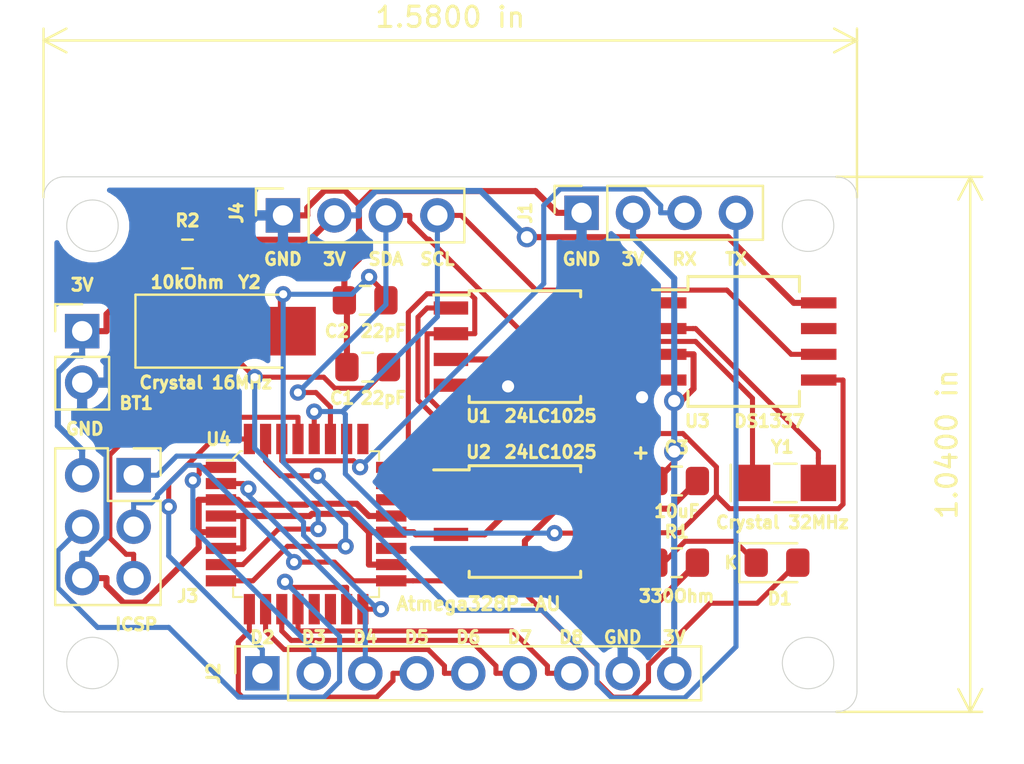
<source format=kicad_pcb>
(kicad_pcb (version 20171130) (host pcbnew "(5.1.4)-1")

  (general
    (thickness 1.6)
    (drawings 36)
    (tracks 387)
    (zones 0)
    (modules 17)
    (nets 32)
  )

  (page A4)
  (title_block
    (title "Arduino Clone")
    (date 2019-10-16)
    (rev v1)
    (company "Designed by Pablo Roig")
    (comment 1 "Battery Powered")
    (comment 2 "Extended EEPROM (2 MB)")
    (comment 3 "With RTC")
  )

  (layers
    (0 F.Cu signal)
    (31 B.Cu signal)
    (32 B.Adhes user)
    (33 F.Adhes user)
    (34 B.Paste user)
    (35 F.Paste user)
    (36 B.SilkS user)
    (37 F.SilkS user)
    (38 B.Mask user)
    (39 F.Mask user)
    (40 Dwgs.User user)
    (41 Cmts.User user)
    (42 Eco1.User user)
    (43 Eco2.User user)
    (44 Edge.Cuts user)
    (45 Margin user)
    (46 B.CrtYd user)
    (47 F.CrtYd user)
    (48 B.Fab user)
    (49 F.Fab user)
  )

  (setup
    (last_trace_width 0.25)
    (user_trace_width 0.3)
    (trace_clearance 0.2)
    (zone_clearance 0.508)
    (zone_45_only no)
    (trace_min 0.2)
    (via_size 0.8)
    (via_drill 0.4)
    (via_min_size 0.4)
    (via_min_drill 0.3)
    (user_via 1 0.6)
    (uvia_size 0.3)
    (uvia_drill 0.1)
    (uvias_allowed no)
    (uvia_min_size 0.2)
    (uvia_min_drill 0.1)
    (edge_width 0.05)
    (segment_width 0.2)
    (pcb_text_width 0.3)
    (pcb_text_size 1.5 1.5)
    (mod_edge_width 0.12)
    (mod_text_size 1 1)
    (mod_text_width 0.15)
    (pad_size 1.524 1.524)
    (pad_drill 0.762)
    (pad_to_mask_clearance 0.051)
    (solder_mask_min_width 0.25)
    (aux_axis_origin 0 0)
    (visible_elements 7FFFFFFF)
    (pcbplotparams
      (layerselection 0x010fc_ffffffff)
      (usegerberextensions false)
      (usegerberattributes false)
      (usegerberadvancedattributes false)
      (creategerberjobfile false)
      (excludeedgelayer true)
      (linewidth 0.100000)
      (plotframeref false)
      (viasonmask false)
      (mode 1)
      (useauxorigin false)
      (hpglpennumber 1)
      (hpglpenspeed 20)
      (hpglpendiameter 15.000000)
      (psnegative false)
      (psa4output false)
      (plotreference true)
      (plotvalue true)
      (plotinvisibletext false)
      (padsonsilk false)
      (subtractmaskfromsilk false)
      (outputformat 1)
      (mirror false)
      (drillshape 1)
      (scaleselection 1)
      (outputdirectory ""))
  )

  (net 0 "")
  (net 1 /VCC)
  (net 2 GND)
  (net 3 "Net-(C1-Pad2)")
  (net 4 "Net-(C2-Pad2)")
  (net 5 "Net-(D1-Pad1)")
  (net 6 /SCK)
  (net 7 /RX)
  (net 8 /TX)
  (net 9 /D2)
  (net 10 /D3)
  (net 11 /D4)
  (net 12 /D5)
  (net 13 /D6)
  (net 14 /D7)
  (net 15 /D8)
  (net 16 /MISO)
  (net 17 /MOSI)
  (net 18 /RESET)
  (net 19 /SCL)
  (net 20 /SDA)
  (net 21 /ADDS1)
  (net 22 /ADDS2)
  (net 23 "Net-(U3-Pad1)")
  (net 24 "Net-(U3-Pad2)")
  (net 25 "Net-(U3-Pad7)")
  (net 26 "Net-(U4-Pad13)")
  (net 27 "Net-(U4-Pad14)")
  (net 28 "Net-(U4-Pad19)")
  (net 29 "Net-(U4-Pad22)")
  (net 30 "Net-(U4-Pad25)")
  (net 31 "Net-(U4-Pad26)")

  (net_class Default "This is the default net class."
    (clearance 0.2)
    (trace_width 0.25)
    (via_dia 0.8)
    (via_drill 0.4)
    (uvia_dia 0.3)
    (uvia_drill 0.1)
    (add_net /ADDS1)
    (add_net /ADDS2)
    (add_net /D2)
    (add_net /D3)
    (add_net /D4)
    (add_net /D5)
    (add_net /D6)
    (add_net /D7)
    (add_net /D8)
    (add_net /MISO)
    (add_net /MOSI)
    (add_net /RESET)
    (add_net /RX)
    (add_net /SCK)
    (add_net /SCL)
    (add_net /SDA)
    (add_net /TX)
    (add_net "Net-(C1-Pad2)")
    (add_net "Net-(C2-Pad2)")
    (add_net "Net-(D1-Pad1)")
    (add_net "Net-(U3-Pad1)")
    (add_net "Net-(U3-Pad2)")
    (add_net "Net-(U3-Pad7)")
    (add_net "Net-(U4-Pad13)")
    (add_net "Net-(U4-Pad14)")
    (add_net "Net-(U4-Pad19)")
    (add_net "Net-(U4-Pad22)")
    (add_net "Net-(U4-Pad25)")
    (add_net "Net-(U4-Pad26)")
  )

  (net_class Power ""
    (clearance 0.2)
    (trace_width 0.3)
    (via_dia 1)
    (via_drill 0.6)
    (uvia_dia 0.3)
    (uvia_drill 0.1)
    (add_net /VCC)
    (add_net GND)
  )

  (module Connector_PinHeader_2.54mm:PinHeader_1x02_P2.54mm_Vertical (layer F.Cu) (tedit 59FED5CC) (tstamp 5DA6E56E)
    (at 79.502 127.762)
    (descr "Through hole straight pin header, 1x02, 2.54mm pitch, single row")
    (tags "Through hole pin header THT 1x02 2.54mm single row")
    (path /5DA2ED42)
    (fp_text reference BT1 (at 2.667 3.556) (layer F.SilkS)
      (effects (font (size 0.6 0.6) (thickness 0.15)))
    )
    (fp_text value "Battery 3V" (at 0 4.87) (layer F.Fab)
      (effects (font (size 1 1) (thickness 0.15)))
    )
    (fp_line (start -0.635 -1.27) (end 1.27 -1.27) (layer F.Fab) (width 0.1))
    (fp_line (start 1.27 -1.27) (end 1.27 3.81) (layer F.Fab) (width 0.1))
    (fp_line (start 1.27 3.81) (end -1.27 3.81) (layer F.Fab) (width 0.1))
    (fp_line (start -1.27 3.81) (end -1.27 -0.635) (layer F.Fab) (width 0.1))
    (fp_line (start -1.27 -0.635) (end -0.635 -1.27) (layer F.Fab) (width 0.1))
    (fp_line (start -1.33 3.87) (end 1.33 3.87) (layer F.SilkS) (width 0.12))
    (fp_line (start -1.33 1.27) (end -1.33 3.87) (layer F.SilkS) (width 0.12))
    (fp_line (start 1.33 1.27) (end 1.33 3.87) (layer F.SilkS) (width 0.12))
    (fp_line (start -1.33 1.27) (end 1.33 1.27) (layer F.SilkS) (width 0.12))
    (fp_line (start -1.33 0) (end -1.33 -1.33) (layer F.SilkS) (width 0.12))
    (fp_line (start -1.33 -1.33) (end 0 -1.33) (layer F.SilkS) (width 0.12))
    (fp_line (start -1.8 -1.8) (end -1.8 4.35) (layer F.CrtYd) (width 0.05))
    (fp_line (start -1.8 4.35) (end 1.8 4.35) (layer F.CrtYd) (width 0.05))
    (fp_line (start 1.8 4.35) (end 1.8 -1.8) (layer F.CrtYd) (width 0.05))
    (fp_line (start 1.8 -1.8) (end -1.8 -1.8) (layer F.CrtYd) (width 0.05))
    (fp_text user %R (at 0 1.27 90) (layer F.Fab)
      (effects (font (size 1 1) (thickness 0.15)))
    )
    (pad 1 thru_hole rect (at 0 0) (size 1.7 1.7) (drill 1) (layers *.Cu *.Mask)
      (net 1 /VCC))
    (pad 2 thru_hole oval (at 0 2.54) (size 1.7 1.7) (drill 1) (layers *.Cu *.Mask)
      (net 2 GND))
    (model ${KISYS3DMOD}/Connector_PinHeader_2.54mm.3dshapes/PinHeader_1x02_P2.54mm_Vertical.wrl
      (at (xyz 0 0 0))
      (scale (xyz 1 1 1))
      (rotate (xyz 0 0 0))
    )
  )

  (module Capacitor_SMD:C_0805_2012Metric_Pad1.15x1.40mm_HandSolder (layer F.Cu) (tedit 5B36C52B) (tstamp 5DA6D4B2)
    (at 93.59 129.54)
    (descr "Capacitor SMD 0805 (2012 Metric), square (rectangular) end terminal, IPC_7351 nominal with elongated pad for handsoldering. (Body size source: https://docs.google.com/spreadsheets/d/1BsfQQcO9C6DZCsRaXUlFlo91Tg2WpOkGARC1WS5S8t0/edit?usp=sharing), generated with kicad-footprint-generator")
    (tags "capacitor handsolder")
    (path /5DA2FE65)
    (attr smd)
    (fp_text reference C1 (at -1.261 1.524) (layer F.SilkS)
      (effects (font (size 0.6 0.6) (thickness 0.15)))
    )
    (fp_text value 22pF (at 0.771 1.524) (layer F.SilkS)
      (effects (font (size 0.6 0.6) (thickness 0.15)))
    )
    (fp_line (start -1 0.6) (end -1 -0.6) (layer F.Fab) (width 0.1))
    (fp_line (start -1 -0.6) (end 1 -0.6) (layer F.Fab) (width 0.1))
    (fp_line (start 1 -0.6) (end 1 0.6) (layer F.Fab) (width 0.1))
    (fp_line (start 1 0.6) (end -1 0.6) (layer F.Fab) (width 0.1))
    (fp_line (start -0.261252 -0.71) (end 0.261252 -0.71) (layer F.SilkS) (width 0.12))
    (fp_line (start -0.261252 0.71) (end 0.261252 0.71) (layer F.SilkS) (width 0.12))
    (fp_line (start -1.85 0.95) (end -1.85 -0.95) (layer F.CrtYd) (width 0.05))
    (fp_line (start -1.85 -0.95) (end 1.85 -0.95) (layer F.CrtYd) (width 0.05))
    (fp_line (start 1.85 -0.95) (end 1.85 0.95) (layer F.CrtYd) (width 0.05))
    (fp_line (start 1.85 0.95) (end -1.85 0.95) (layer F.CrtYd) (width 0.05))
    (fp_text user %R (at 0 0) (layer F.Fab)
      (effects (font (size 0.5 0.5) (thickness 0.08)))
    )
    (pad 1 smd roundrect (at -1.025 0) (size 1.15 1.4) (layers F.Cu F.Paste F.Mask) (roundrect_rratio 0.217391)
      (net 2 GND))
    (pad 2 smd roundrect (at 1.025 0) (size 1.15 1.4) (layers F.Cu F.Paste F.Mask) (roundrect_rratio 0.217391)
      (net 3 "Net-(C1-Pad2)"))
    (model ${KISYS3DMOD}/Capacitor_SMD.3dshapes/C_0805_2012Metric.wrl
      (at (xyz 0 0 0))
      (scale (xyz 1 1 1))
      (rotate (xyz 0 0 0))
    )
  )

  (module Capacitor_SMD:C_0805_2012Metric_Pad1.15x1.40mm_HandSolder (layer F.Cu) (tedit 5B36C52B) (tstamp 5DA7780D)
    (at 93.463 126.238)
    (descr "Capacitor SMD 0805 (2012 Metric), square (rectangular) end terminal, IPC_7351 nominal with elongated pad for handsoldering. (Body size source: https://docs.google.com/spreadsheets/d/1BsfQQcO9C6DZCsRaXUlFlo91Tg2WpOkGARC1WS5S8t0/edit?usp=sharing), generated with kicad-footprint-generator")
    (tags "capacitor handsolder")
    (path /5DA30297)
    (attr smd)
    (fp_text reference C2 (at -1.388 1.524) (layer F.SilkS)
      (effects (font (size 0.6 0.6) (thickness 0.15)))
    )
    (fp_text value 22pF (at 0.898 1.524) (layer F.SilkS)
      (effects (font (size 0.6 0.6) (thickness 0.15)))
    )
    (fp_text user %R (at 0 0) (layer F.Fab)
      (effects (font (size 0.5 0.5) (thickness 0.08)))
    )
    (fp_line (start 1.85 0.95) (end -1.85 0.95) (layer F.CrtYd) (width 0.05))
    (fp_line (start 1.85 -0.95) (end 1.85 0.95) (layer F.CrtYd) (width 0.05))
    (fp_line (start -1.85 -0.95) (end 1.85 -0.95) (layer F.CrtYd) (width 0.05))
    (fp_line (start -1.85 0.95) (end -1.85 -0.95) (layer F.CrtYd) (width 0.05))
    (fp_line (start -0.261252 0.71) (end 0.261252 0.71) (layer F.SilkS) (width 0.12))
    (fp_line (start -0.261252 -0.71) (end 0.261252 -0.71) (layer F.SilkS) (width 0.12))
    (fp_line (start 1 0.6) (end -1 0.6) (layer F.Fab) (width 0.1))
    (fp_line (start 1 -0.6) (end 1 0.6) (layer F.Fab) (width 0.1))
    (fp_line (start -1 -0.6) (end 1 -0.6) (layer F.Fab) (width 0.1))
    (fp_line (start -1 0.6) (end -1 -0.6) (layer F.Fab) (width 0.1))
    (pad 2 smd roundrect (at 1.025 0) (size 1.15 1.4) (layers F.Cu F.Paste F.Mask) (roundrect_rratio 0.217391)
      (net 4 "Net-(C2-Pad2)"))
    (pad 1 smd roundrect (at -1.025 0) (size 1.15 1.4) (layers F.Cu F.Paste F.Mask) (roundrect_rratio 0.217391)
      (net 2 GND))
    (model ${KISYS3DMOD}/Capacitor_SMD.3dshapes/C_0805_2012Metric.wrl
      (at (xyz 0 0 0))
      (scale (xyz 1 1 1))
      (rotate (xyz 0 0 0))
    )
  )

  (module Capacitor_SMD:C_0805_2012Metric_Pad1.15x1.40mm_HandSolder (layer F.Cu) (tedit 5B36C52B) (tstamp 5DA6D4D4)
    (at 108.83 135.16)
    (descr "Capacitor SMD 0805 (2012 Metric), square (rectangular) end terminal, IPC_7351 nominal with elongated pad for handsoldering. (Body size source: https://docs.google.com/spreadsheets/d/1BsfQQcO9C6DZCsRaXUlFlo91Tg2WpOkGARC1WS5S8t0/edit?usp=sharing), generated with kicad-footprint-generator")
    (tags "capacitor handsolder")
    (path /5DA309D4)
    (attr smd)
    (fp_text reference C3 (at 0 -1.65) (layer F.SilkS)
      (effects (font (size 0.6 0.6) (thickness 0.15)))
    )
    (fp_text value 10uF (at 0.009 1.492) (layer F.SilkS)
      (effects (font (size 0.6 0.6) (thickness 0.15)))
    )
    (fp_line (start -1 0.6) (end -1 -0.6) (layer F.Fab) (width 0.1))
    (fp_line (start -1 -0.6) (end 1 -0.6) (layer F.Fab) (width 0.1))
    (fp_line (start 1 -0.6) (end 1 0.6) (layer F.Fab) (width 0.1))
    (fp_line (start 1 0.6) (end -1 0.6) (layer F.Fab) (width 0.1))
    (fp_line (start -0.261252 -0.71) (end 0.261252 -0.71) (layer F.SilkS) (width 0.12))
    (fp_line (start -0.261252 0.71) (end 0.261252 0.71) (layer F.SilkS) (width 0.12))
    (fp_line (start -1.85 0.95) (end -1.85 -0.95) (layer F.CrtYd) (width 0.05))
    (fp_line (start -1.85 -0.95) (end 1.85 -0.95) (layer F.CrtYd) (width 0.05))
    (fp_line (start 1.85 -0.95) (end 1.85 0.95) (layer F.CrtYd) (width 0.05))
    (fp_line (start 1.85 0.95) (end -1.85 0.95) (layer F.CrtYd) (width 0.05))
    (fp_text user %R (at 0 0) (layer F.Fab)
      (effects (font (size 0.5 0.5) (thickness 0.08)))
    )
    (pad 1 smd roundrect (at -1.025 0) (size 1.15 1.4) (layers F.Cu F.Paste F.Mask) (roundrect_rratio 0.217391)
      (net 1 /VCC))
    (pad 2 smd roundrect (at 1.025 0) (size 1.15 1.4) (layers F.Cu F.Paste F.Mask) (roundrect_rratio 0.217391)
      (net 2 GND))
    (model ${KISYS3DMOD}/Capacitor_SMD.3dshapes/C_0805_2012Metric.wrl
      (at (xyz 0 0 0))
      (scale (xyz 1 1 1))
      (rotate (xyz 0 0 0))
    )
  )

  (module LED_SMD:LED_0805_2012Metric_Pad1.15x1.40mm_HandSolder (layer F.Cu) (tedit 5B4B45C9) (tstamp 5DA6D4E7)
    (at 113.783 139.192)
    (descr "LED SMD 0805 (2012 Metric), square (rectangular) end terminal, IPC_7351 nominal, (Body size source: https://docs.google.com/spreadsheets/d/1BsfQQcO9C6DZCsRaXUlFlo91Tg2WpOkGARC1WS5S8t0/edit?usp=sharing), generated with kicad-footprint-generator")
    (tags "LED handsolder")
    (path /5DA313E3)
    (attr smd)
    (fp_text reference D1 (at 0.136 1.778) (layer F.SilkS)
      (effects (font (size 0.6 0.6) (thickness 0.15)))
    )
    (fp_text value LED (at 0 1.65) (layer F.Fab)
      (effects (font (size 1 1) (thickness 0.15)))
    )
    (fp_line (start 1 -0.6) (end -0.7 -0.6) (layer F.Fab) (width 0.1))
    (fp_line (start -0.7 -0.6) (end -1 -0.3) (layer F.Fab) (width 0.1))
    (fp_line (start -1 -0.3) (end -1 0.6) (layer F.Fab) (width 0.1))
    (fp_line (start -1 0.6) (end 1 0.6) (layer F.Fab) (width 0.1))
    (fp_line (start 1 0.6) (end 1 -0.6) (layer F.Fab) (width 0.1))
    (fp_line (start 1 -0.96) (end -1.86 -0.96) (layer F.SilkS) (width 0.12))
    (fp_line (start -1.86 -0.96) (end -1.86 0.96) (layer F.SilkS) (width 0.12))
    (fp_line (start -1.86 0.96) (end 1 0.96) (layer F.SilkS) (width 0.12))
    (fp_line (start -1.85 0.95) (end -1.85 -0.95) (layer F.CrtYd) (width 0.05))
    (fp_line (start -1.85 -0.95) (end 1.85 -0.95) (layer F.CrtYd) (width 0.05))
    (fp_line (start 1.85 -0.95) (end 1.85 0.95) (layer F.CrtYd) (width 0.05))
    (fp_line (start 1.85 0.95) (end -1.85 0.95) (layer F.CrtYd) (width 0.05))
    (fp_text user %R (at 0 0) (layer F.Fab)
      (effects (font (size 0.5 0.5) (thickness 0.08)))
    )
    (pad 1 smd roundrect (at -1.025 0) (size 1.15 1.4) (layers F.Cu F.Paste F.Mask) (roundrect_rratio 0.217391)
      (net 5 "Net-(D1-Pad1)"))
    (pad 2 smd roundrect (at 1.025 0) (size 1.15 1.4) (layers F.Cu F.Paste F.Mask) (roundrect_rratio 0.217391)
      (net 6 /SCK))
    (model ${KISYS3DMOD}/LED_SMD.3dshapes/LED_0805_2012Metric.wrl
      (at (xyz 0 0 0))
      (scale (xyz 1 1 1))
      (rotate (xyz 0 0 0))
    )
  )

  (module Connector_PinSocket_2.54mm:PinSocket_1x04_P2.54mm_Vertical (layer F.Cu) (tedit 5A19A429) (tstamp 5DA6F461)
    (at 104.14 121.92 90)
    (descr "Through hole straight socket strip, 1x04, 2.54mm pitch, single row (from Kicad 4.0.7), script generated")
    (tags "Through hole socket strip THT 1x04 2.54mm single row")
    (path /5DA33D85/5DA389EB)
    (fp_text reference J1 (at 0 -2.77 90) (layer F.SilkS)
      (effects (font (size 0.6 0.6) (thickness 0.15)))
    )
    (fp_text value Serial (at 0 10.39 90) (layer F.Fab)
      (effects (font (size 0.6 0.6) (thickness 0.15)))
    )
    (fp_line (start -1.27 -1.27) (end 0.635 -1.27) (layer F.Fab) (width 0.1))
    (fp_line (start 0.635 -1.27) (end 1.27 -0.635) (layer F.Fab) (width 0.1))
    (fp_line (start 1.27 -0.635) (end 1.27 8.89) (layer F.Fab) (width 0.1))
    (fp_line (start 1.27 8.89) (end -1.27 8.89) (layer F.Fab) (width 0.1))
    (fp_line (start -1.27 8.89) (end -1.27 -1.27) (layer F.Fab) (width 0.1))
    (fp_line (start -1.33 1.27) (end 1.33 1.27) (layer F.SilkS) (width 0.12))
    (fp_line (start -1.33 1.27) (end -1.33 8.95) (layer F.SilkS) (width 0.12))
    (fp_line (start -1.33 8.95) (end 1.33 8.95) (layer F.SilkS) (width 0.12))
    (fp_line (start 1.33 1.27) (end 1.33 8.95) (layer F.SilkS) (width 0.12))
    (fp_line (start 1.33 -1.33) (end 1.33 0) (layer F.SilkS) (width 0.12))
    (fp_line (start 0 -1.33) (end 1.33 -1.33) (layer F.SilkS) (width 0.12))
    (fp_line (start -1.8 -1.8) (end 1.75 -1.8) (layer F.CrtYd) (width 0.05))
    (fp_line (start 1.75 -1.8) (end 1.75 9.4) (layer F.CrtYd) (width 0.05))
    (fp_line (start 1.75 9.4) (end -1.8 9.4) (layer F.CrtYd) (width 0.05))
    (fp_line (start -1.8 9.4) (end -1.8 -1.8) (layer F.CrtYd) (width 0.05))
    (fp_text user %R (at 0 3.81) (layer F.Fab)
      (effects (font (size 1 1) (thickness 0.15)))
    )
    (pad 1 thru_hole rect (at 0 0 90) (size 1.7 1.7) (drill 1) (layers *.Cu *.Mask)
      (net 2 GND))
    (pad 2 thru_hole oval (at 0 2.54 90) (size 1.7 1.7) (drill 1) (layers *.Cu *.Mask)
      (net 1 /VCC))
    (pad 3 thru_hole oval (at 0 5.08 90) (size 1.7 1.7) (drill 1) (layers *.Cu *.Mask)
      (net 7 /RX))
    (pad 4 thru_hole oval (at 0 7.62 90) (size 1.7 1.7) (drill 1) (layers *.Cu *.Mask)
      (net 8 /TX))
    (model ${KISYS3DMOD}/Connector_PinSocket_2.54mm.3dshapes/PinSocket_1x04_P2.54mm_Vertical.wrl
      (at (xyz 0 0 0))
      (scale (xyz 1 1 1))
      (rotate (xyz 0 0 0))
    )
  )

  (module Connector_PinSocket_2.54mm:PinSocket_1x09_P2.54mm_Vertical (layer F.Cu) (tedit 5A19A431) (tstamp 5DA6D51C)
    (at 88.392 144.653 90)
    (descr "Through hole straight socket strip, 1x09, 2.54mm pitch, single row (from Kicad 4.0.7), script generated")
    (tags "Through hole socket strip THT 1x09 2.54mm single row")
    (path /5DA33D85/5DA360A7)
    (fp_text reference J2 (at 0 -2.413 90) (layer F.SilkS)
      (effects (font (size 0.6 0.6) (thickness 0.15)))
    )
    (fp_text value "Digital pins" (at 0 23.09 90) (layer F.Fab)
      (effects (font (size 1 1) (thickness 0.15)))
    )
    (fp_line (start -1.27 -1.27) (end 0.635 -1.27) (layer F.Fab) (width 0.1))
    (fp_line (start 0.635 -1.27) (end 1.27 -0.635) (layer F.Fab) (width 0.1))
    (fp_line (start 1.27 -0.635) (end 1.27 21.59) (layer F.Fab) (width 0.1))
    (fp_line (start 1.27 21.59) (end -1.27 21.59) (layer F.Fab) (width 0.1))
    (fp_line (start -1.27 21.59) (end -1.27 -1.27) (layer F.Fab) (width 0.1))
    (fp_line (start -1.33 1.27) (end 1.33 1.27) (layer F.SilkS) (width 0.12))
    (fp_line (start -1.33 1.27) (end -1.33 21.65) (layer F.SilkS) (width 0.12))
    (fp_line (start -1.33 21.65) (end 1.33 21.65) (layer F.SilkS) (width 0.12))
    (fp_line (start 1.33 1.27) (end 1.33 21.65) (layer F.SilkS) (width 0.12))
    (fp_line (start 1.33 -1.33) (end 1.33 0) (layer F.SilkS) (width 0.12))
    (fp_line (start 0 -1.33) (end 1.33 -1.33) (layer F.SilkS) (width 0.12))
    (fp_line (start -1.8 -1.8) (end 1.75 -1.8) (layer F.CrtYd) (width 0.05))
    (fp_line (start 1.75 -1.8) (end 1.75 22.1) (layer F.CrtYd) (width 0.05))
    (fp_line (start 1.75 22.1) (end -1.8 22.1) (layer F.CrtYd) (width 0.05))
    (fp_line (start -1.8 22.1) (end -1.8 -1.8) (layer F.CrtYd) (width 0.05))
    (fp_text user %R (at 0 10.16) (layer F.Fab)
      (effects (font (size 1 1) (thickness 0.15)))
    )
    (pad 1 thru_hole rect (at 0 0 90) (size 1.7 1.7) (drill 1) (layers *.Cu *.Mask)
      (net 9 /D2))
    (pad 2 thru_hole oval (at 0 2.54 90) (size 1.7 1.7) (drill 1) (layers *.Cu *.Mask)
      (net 10 /D3))
    (pad 3 thru_hole oval (at 0 5.08 90) (size 1.7 1.7) (drill 1) (layers *.Cu *.Mask)
      (net 11 /D4))
    (pad 4 thru_hole oval (at 0 7.62 90) (size 1.7 1.7) (drill 1) (layers *.Cu *.Mask)
      (net 12 /D5))
    (pad 5 thru_hole oval (at 0 10.16 90) (size 1.7 1.7) (drill 1) (layers *.Cu *.Mask)
      (net 13 /D6))
    (pad 6 thru_hole oval (at 0 12.7 90) (size 1.7 1.7) (drill 1) (layers *.Cu *.Mask)
      (net 14 /D7))
    (pad 7 thru_hole oval (at 0 15.24 90) (size 1.7 1.7) (drill 1) (layers *.Cu *.Mask)
      (net 15 /D8))
    (pad 8 thru_hole oval (at 0 17.78 90) (size 1.7 1.7) (drill 1) (layers *.Cu *.Mask)
      (net 2 GND))
    (pad 9 thru_hole oval (at 0 20.32 90) (size 1.7 1.7) (drill 1) (layers *.Cu *.Mask)
      (net 1 /VCC))
    (model ${KISYS3DMOD}/Connector_PinSocket_2.54mm.3dshapes/PinSocket_1x09_P2.54mm_Vertical.wrl
      (at (xyz 0 0 0))
      (scale (xyz 1 1 1))
      (rotate (xyz 0 0 0))
    )
  )

  (module Connector_PinSocket_2.54mm:PinSocket_2x03_P2.54mm_Vertical (layer F.Cu) (tedit 5A19A425) (tstamp 5DA6E417)
    (at 82.042 134.874)
    (descr "Through hole straight socket strip, 2x03, 2.54mm pitch, double cols (from Kicad 4.0.7), script generated")
    (tags "Through hole socket strip THT 2x03 2.54mm double row")
    (path /5DA33D85/5DA37BBF)
    (fp_text reference J3 (at 2.667 5.969) (layer F.SilkS)
      (effects (font (size 0.6 0.6) (thickness 0.15)))
    )
    (fp_text value ICSP (at 0.127 7.366) (layer F.SilkS)
      (effects (font (size 0.6 0.6) (thickness 0.15)))
    )
    (fp_line (start -3.81 -1.27) (end 0.27 -1.27) (layer F.Fab) (width 0.1))
    (fp_line (start 0.27 -1.27) (end 1.27 -0.27) (layer F.Fab) (width 0.1))
    (fp_line (start 1.27 -0.27) (end 1.27 6.35) (layer F.Fab) (width 0.1))
    (fp_line (start 1.27 6.35) (end -3.81 6.35) (layer F.Fab) (width 0.1))
    (fp_line (start -3.81 6.35) (end -3.81 -1.27) (layer F.Fab) (width 0.1))
    (fp_line (start -3.87 -1.33) (end -1.27 -1.33) (layer F.SilkS) (width 0.12))
    (fp_line (start -3.87 -1.33) (end -3.87 6.41) (layer F.SilkS) (width 0.12))
    (fp_line (start -3.87 6.41) (end 1.33 6.41) (layer F.SilkS) (width 0.12))
    (fp_line (start 1.33 1.27) (end 1.33 6.41) (layer F.SilkS) (width 0.12))
    (fp_line (start -1.27 1.27) (end 1.33 1.27) (layer F.SilkS) (width 0.12))
    (fp_line (start -1.27 -1.33) (end -1.27 1.27) (layer F.SilkS) (width 0.12))
    (fp_line (start 1.33 -1.33) (end 1.33 0) (layer F.SilkS) (width 0.12))
    (fp_line (start 0 -1.33) (end 1.33 -1.33) (layer F.SilkS) (width 0.12))
    (fp_line (start -4.34 -1.8) (end 1.76 -1.8) (layer F.CrtYd) (width 0.05))
    (fp_line (start 1.76 -1.8) (end 1.76 6.85) (layer F.CrtYd) (width 0.05))
    (fp_line (start 1.76 6.85) (end -4.34 6.85) (layer F.CrtYd) (width 0.05))
    (fp_line (start -4.34 6.85) (end -4.34 -1.8) (layer F.CrtYd) (width 0.05))
    (fp_text user %R (at -1.27 2.54 90) (layer F.Fab)
      (effects (font (size 1 1) (thickness 0.15)))
    )
    (pad 1 thru_hole rect (at 0 0) (size 1.7 1.7) (drill 1) (layers *.Cu *.Mask)
      (net 16 /MISO))
    (pad 2 thru_hole oval (at -2.54 0) (size 1.7 1.7) (drill 1) (layers *.Cu *.Mask)
      (net 1 /VCC))
    (pad 3 thru_hole oval (at 0 2.54) (size 1.7 1.7) (drill 1) (layers *.Cu *.Mask)
      (net 6 /SCK))
    (pad 4 thru_hole oval (at -2.54 2.54) (size 1.7 1.7) (drill 1) (layers *.Cu *.Mask)
      (net 17 /MOSI))
    (pad 5 thru_hole oval (at 0 5.08) (size 1.7 1.7) (drill 1) (layers *.Cu *.Mask)
      (net 18 /RESET))
    (pad 6 thru_hole oval (at -2.54 5.08) (size 1.7 1.7) (drill 1) (layers *.Cu *.Mask)
      (net 2 GND))
    (model ${KISYS3DMOD}/Connector_PinSocket_2.54mm.3dshapes/PinSocket_2x03_P2.54mm_Vertical.wrl
      (at (xyz 0 0 0))
      (scale (xyz 1 1 1))
      (rotate (xyz 0 0 0))
    )
  )

  (module Connector_PinSocket_2.54mm:PinSocket_1x04_P2.54mm_Vertical (layer F.Cu) (tedit 5A19A429) (tstamp 5DA6D550)
    (at 89.408 122.047 90)
    (descr "Through hole straight socket strip, 1x04, 2.54mm pitch, single row (from Kicad 4.0.7), script generated")
    (tags "Through hole socket strip THT 1x04 2.54mm single row")
    (path /5DA33D85/5DA37217)
    (fp_text reference J4 (at 0.127 -2.286 90) (layer F.SilkS)
      (effects (font (size 0.6 0.6) (thickness 0.15)))
    )
    (fp_text value I2C (at 0 10.39 90) (layer F.Fab)
      (effects (font (size 1 1) (thickness 0.15)))
    )
    (fp_text user %R (at 0 3.81) (layer F.Fab)
      (effects (font (size 1 1) (thickness 0.15)))
    )
    (fp_line (start -1.8 9.4) (end -1.8 -1.8) (layer F.CrtYd) (width 0.05))
    (fp_line (start 1.75 9.4) (end -1.8 9.4) (layer F.CrtYd) (width 0.05))
    (fp_line (start 1.75 -1.8) (end 1.75 9.4) (layer F.CrtYd) (width 0.05))
    (fp_line (start -1.8 -1.8) (end 1.75 -1.8) (layer F.CrtYd) (width 0.05))
    (fp_line (start 0 -1.33) (end 1.33 -1.33) (layer F.SilkS) (width 0.12))
    (fp_line (start 1.33 -1.33) (end 1.33 0) (layer F.SilkS) (width 0.12))
    (fp_line (start 1.33 1.27) (end 1.33 8.95) (layer F.SilkS) (width 0.12))
    (fp_line (start -1.33 8.95) (end 1.33 8.95) (layer F.SilkS) (width 0.12))
    (fp_line (start -1.33 1.27) (end -1.33 8.95) (layer F.SilkS) (width 0.12))
    (fp_line (start -1.33 1.27) (end 1.33 1.27) (layer F.SilkS) (width 0.12))
    (fp_line (start -1.27 8.89) (end -1.27 -1.27) (layer F.Fab) (width 0.1))
    (fp_line (start 1.27 8.89) (end -1.27 8.89) (layer F.Fab) (width 0.1))
    (fp_line (start 1.27 -0.635) (end 1.27 8.89) (layer F.Fab) (width 0.1))
    (fp_line (start 0.635 -1.27) (end 1.27 -0.635) (layer F.Fab) (width 0.1))
    (fp_line (start -1.27 -1.27) (end 0.635 -1.27) (layer F.Fab) (width 0.1))
    (pad 4 thru_hole oval (at 0 7.62 90) (size 1.7 1.7) (drill 1) (layers *.Cu *.Mask)
      (net 19 /SCL))
    (pad 3 thru_hole oval (at 0 5.08 90) (size 1.7 1.7) (drill 1) (layers *.Cu *.Mask)
      (net 20 /SDA))
    (pad 2 thru_hole oval (at 0 2.54 90) (size 1.7 1.7) (drill 1) (layers *.Cu *.Mask)
      (net 1 /VCC))
    (pad 1 thru_hole rect (at 0 0 90) (size 1.7 1.7) (drill 1) (layers *.Cu *.Mask)
      (net 2 GND))
    (model ${KISYS3DMOD}/Connector_PinSocket_2.54mm.3dshapes/PinSocket_1x04_P2.54mm_Vertical.wrl
      (at (xyz 0 0 0))
      (scale (xyz 1 1 1))
      (rotate (xyz 0 0 0))
    )
  )

  (module Resistor_SMD:R_0805_2012Metric_Pad1.15x1.40mm_HandSolder (layer F.Cu) (tedit 5B36C52B) (tstamp 5DA6D561)
    (at 108.83 139.192)
    (descr "Resistor SMD 0805 (2012 Metric), square (rectangular) end terminal, IPC_7351 nominal with elongated pad for handsoldering. (Body size source: https://docs.google.com/spreadsheets/d/1BsfQQcO9C6DZCsRaXUlFlo91Tg2WpOkGARC1WS5S8t0/edit?usp=sharing), generated with kicad-footprint-generator")
    (tags "resistor handsolder")
    (path /5DA31FF8)
    (attr smd)
    (fp_text reference R1 (at 0.009 -1.524) (layer F.SilkS)
      (effects (font (size 0.6 0.6) (thickness 0.15)))
    )
    (fp_text value 330Ohm (at 0 1.65) (layer F.SilkS)
      (effects (font (size 0.6 0.6) (thickness 0.15)))
    )
    (fp_line (start -1 0.6) (end -1 -0.6) (layer F.Fab) (width 0.1))
    (fp_line (start -1 -0.6) (end 1 -0.6) (layer F.Fab) (width 0.1))
    (fp_line (start 1 -0.6) (end 1 0.6) (layer F.Fab) (width 0.1))
    (fp_line (start 1 0.6) (end -1 0.6) (layer F.Fab) (width 0.1))
    (fp_line (start -0.261252 -0.71) (end 0.261252 -0.71) (layer F.SilkS) (width 0.12))
    (fp_line (start -0.261252 0.71) (end 0.261252 0.71) (layer F.SilkS) (width 0.12))
    (fp_line (start -1.85 0.95) (end -1.85 -0.95) (layer F.CrtYd) (width 0.05))
    (fp_line (start -1.85 -0.95) (end 1.85 -0.95) (layer F.CrtYd) (width 0.05))
    (fp_line (start 1.85 -0.95) (end 1.85 0.95) (layer F.CrtYd) (width 0.05))
    (fp_line (start 1.85 0.95) (end -1.85 0.95) (layer F.CrtYd) (width 0.05))
    (fp_text user %R (at 0 0) (layer F.Fab)
      (effects (font (size 0.5 0.5) (thickness 0.08)))
    )
    (pad 1 smd roundrect (at -1.025 0) (size 1.15 1.4) (layers F.Cu F.Paste F.Mask) (roundrect_rratio 0.217391)
      (net 5 "Net-(D1-Pad1)"))
    (pad 2 smd roundrect (at 1.025 0) (size 1.15 1.4) (layers F.Cu F.Paste F.Mask) (roundrect_rratio 0.217391)
      (net 2 GND))
    (model ${KISYS3DMOD}/Resistor_SMD.3dshapes/R_0805_2012Metric.wrl
      (at (xyz 0 0 0))
      (scale (xyz 1 1 1))
      (rotate (xyz 0 0 0))
    )
  )

  (module Resistor_SMD:R_0805_2012Metric_Pad1.15x1.40mm_HandSolder (layer F.Cu) (tedit 5B36C52B) (tstamp 5DA6D572)
    (at 84.7 123.952)
    (descr "Resistor SMD 0805 (2012 Metric), square (rectangular) end terminal, IPC_7351 nominal with elongated pad for handsoldering. (Body size source: https://docs.google.com/spreadsheets/d/1BsfQQcO9C6DZCsRaXUlFlo91Tg2WpOkGARC1WS5S8t0/edit?usp=sharing), generated with kicad-footprint-generator")
    (tags "resistor handsolder")
    (path /5DA326D9)
    (attr smd)
    (fp_text reference R2 (at 0 -1.65) (layer F.SilkS)
      (effects (font (size 0.6 0.6) (thickness 0.15)))
    )
    (fp_text value 10kOhm (at 0 1.397) (layer F.SilkS)
      (effects (font (size 0.6 0.6) (thickness 0.15)))
    )
    (fp_text user %R (at 0 0) (layer F.Fab)
      (effects (font (size 0.5 0.5) (thickness 0.08)))
    )
    (fp_line (start 1.85 0.95) (end -1.85 0.95) (layer F.CrtYd) (width 0.05))
    (fp_line (start 1.85 -0.95) (end 1.85 0.95) (layer F.CrtYd) (width 0.05))
    (fp_line (start -1.85 -0.95) (end 1.85 -0.95) (layer F.CrtYd) (width 0.05))
    (fp_line (start -1.85 0.95) (end -1.85 -0.95) (layer F.CrtYd) (width 0.05))
    (fp_line (start -0.261252 0.71) (end 0.261252 0.71) (layer F.SilkS) (width 0.12))
    (fp_line (start -0.261252 -0.71) (end 0.261252 -0.71) (layer F.SilkS) (width 0.12))
    (fp_line (start 1 0.6) (end -1 0.6) (layer F.Fab) (width 0.1))
    (fp_line (start 1 -0.6) (end 1 0.6) (layer F.Fab) (width 0.1))
    (fp_line (start -1 -0.6) (end 1 -0.6) (layer F.Fab) (width 0.1))
    (fp_line (start -1 0.6) (end -1 -0.6) (layer F.Fab) (width 0.1))
    (pad 2 smd roundrect (at 1.025 0) (size 1.15 1.4) (layers F.Cu F.Paste F.Mask) (roundrect_rratio 0.217391)
      (net 18 /RESET))
    (pad 1 smd roundrect (at -1.025 0) (size 1.15 1.4) (layers F.Cu F.Paste F.Mask) (roundrect_rratio 0.217391)
      (net 1 /VCC))
    (model ${KISYS3DMOD}/Resistor_SMD.3dshapes/R_0805_2012Metric.wrl
      (at (xyz 0 0 0))
      (scale (xyz 1 1 1))
      (rotate (xyz 0 0 0))
    )
  )

  (module Package_SO:SOIJ-8_5.3x5.3mm_P1.27mm (layer F.Cu) (tedit 5A02F2D3) (tstamp 5DA78193)
    (at 101.346 128.524)
    (descr "8-Lead Plastic Small Outline (SM) - Medium, 5.28 mm Body [SOIC] (see Microchip Packaging Specification 00000049BS.pdf)")
    (tags "SOIC 1.27")
    (path /5DA32AA2)
    (attr smd)
    (fp_text reference U1 (at -2.286 3.429) (layer F.SilkS)
      (effects (font (size 0.6 0.6) (thickness 0.15)))
    )
    (fp_text value 24LC1025 (at 1.27 3.429) (layer F.SilkS)
      (effects (font (size 0.6 0.6) (thickness 0.15)))
    )
    (fp_text user %R (at 0 0) (layer F.Fab)
      (effects (font (size 1 1) (thickness 0.15)))
    )
    (fp_line (start -1.65 -2.65) (end 2.65 -2.65) (layer F.Fab) (width 0.15))
    (fp_line (start 2.65 -2.65) (end 2.65 2.65) (layer F.Fab) (width 0.15))
    (fp_line (start 2.65 2.65) (end -2.65 2.65) (layer F.Fab) (width 0.15))
    (fp_line (start -2.65 2.65) (end -2.65 -1.65) (layer F.Fab) (width 0.15))
    (fp_line (start -2.65 -1.65) (end -1.65 -2.65) (layer F.Fab) (width 0.15))
    (fp_line (start -4.75 -2.95) (end -4.75 2.95) (layer F.CrtYd) (width 0.05))
    (fp_line (start 4.75 -2.95) (end 4.75 2.95) (layer F.CrtYd) (width 0.05))
    (fp_line (start -4.75 -2.95) (end 4.75 -2.95) (layer F.CrtYd) (width 0.05))
    (fp_line (start -4.75 2.95) (end 4.75 2.95) (layer F.CrtYd) (width 0.05))
    (fp_line (start -2.75 -2.755) (end -2.75 -2.55) (layer F.SilkS) (width 0.15))
    (fp_line (start 2.75 -2.755) (end 2.75 -2.455) (layer F.SilkS) (width 0.15))
    (fp_line (start 2.75 2.755) (end 2.75 2.455) (layer F.SilkS) (width 0.15))
    (fp_line (start -2.75 2.755) (end -2.75 2.455) (layer F.SilkS) (width 0.15))
    (fp_line (start -2.75 -2.755) (end 2.75 -2.755) (layer F.SilkS) (width 0.15))
    (fp_line (start -2.75 2.755) (end 2.75 2.755) (layer F.SilkS) (width 0.15))
    (fp_line (start -2.75 -2.55) (end -4.5 -2.55) (layer F.SilkS) (width 0.15))
    (pad 1 smd rect (at -3.65 -1.905) (size 1.7 0.65) (layers F.Cu F.Paste F.Mask)
      (net 21 /ADDS1))
    (pad 2 smd rect (at -3.65 -0.635) (size 1.7 0.65) (layers F.Cu F.Paste F.Mask)
      (net 22 /ADDS2))
    (pad 3 smd rect (at -3.65 0.635) (size 1.7 0.65) (layers F.Cu F.Paste F.Mask)
      (net 1 /VCC))
    (pad 4 smd rect (at -3.65 1.905) (size 1.7 0.65) (layers F.Cu F.Paste F.Mask)
      (net 2 GND))
    (pad 5 smd rect (at 3.65 1.905) (size 1.7 0.65) (layers F.Cu F.Paste F.Mask)
      (net 20 /SDA))
    (pad 6 smd rect (at 3.65 0.635) (size 1.7 0.65) (layers F.Cu F.Paste F.Mask)
      (net 19 /SCL))
    (pad 7 smd rect (at 3.65 -0.635) (size 1.7 0.65) (layers F.Cu F.Paste F.Mask)
      (net 2 GND))
    (pad 8 smd rect (at 3.65 -1.905) (size 1.7 0.65) (layers F.Cu F.Paste F.Mask)
      (net 1 /VCC))
    (model ${KISYS3DMOD}/Package_SO.3dshapes/SOIJ-8_5.3x5.3mm_P1.27mm.wrl
      (at (xyz 0 0 0))
      (scale (xyz 1 1 1))
      (rotate (xyz 0 0 0))
    )
  )

  (module Package_SO:SOIJ-8_5.3x5.3mm_P1.27mm (layer F.Cu) (tedit 5A02F2D3) (tstamp 5DA6EEAB)
    (at 101.346 137.16)
    (descr "8-Lead Plastic Small Outline (SM) - Medium, 5.28 mm Body [SOIC] (see Microchip Packaging Specification 00000049BS.pdf)")
    (tags "SOIC 1.27")
    (path /5DA3CEF9)
    (attr smd)
    (fp_text reference U2 (at -2.286 -3.429) (layer F.SilkS)
      (effects (font (size 0.6 0.6) (thickness 0.15)))
    )
    (fp_text value 24LC1025 (at 1.27 -3.429) (layer F.SilkS)
      (effects (font (size 0.6 0.6) (thickness 0.15)))
    )
    (fp_line (start -2.75 -2.55) (end -4.5 -2.55) (layer F.SilkS) (width 0.15))
    (fp_line (start -2.75 2.755) (end 2.75 2.755) (layer F.SilkS) (width 0.15))
    (fp_line (start -2.75 -2.755) (end 2.75 -2.755) (layer F.SilkS) (width 0.15))
    (fp_line (start -2.75 2.755) (end -2.75 2.455) (layer F.SilkS) (width 0.15))
    (fp_line (start 2.75 2.755) (end 2.75 2.455) (layer F.SilkS) (width 0.15))
    (fp_line (start 2.75 -2.755) (end 2.75 -2.455) (layer F.SilkS) (width 0.15))
    (fp_line (start -2.75 -2.755) (end -2.75 -2.55) (layer F.SilkS) (width 0.15))
    (fp_line (start -4.75 2.95) (end 4.75 2.95) (layer F.CrtYd) (width 0.05))
    (fp_line (start -4.75 -2.95) (end 4.75 -2.95) (layer F.CrtYd) (width 0.05))
    (fp_line (start 4.75 -2.95) (end 4.75 2.95) (layer F.CrtYd) (width 0.05))
    (fp_line (start -4.75 -2.95) (end -4.75 2.95) (layer F.CrtYd) (width 0.05))
    (fp_line (start -2.65 -1.65) (end -1.65 -2.65) (layer F.Fab) (width 0.15))
    (fp_line (start -2.65 2.65) (end -2.65 -1.65) (layer F.Fab) (width 0.15))
    (fp_line (start 2.65 2.65) (end -2.65 2.65) (layer F.Fab) (width 0.15))
    (fp_line (start 2.65 -2.65) (end 2.65 2.65) (layer F.Fab) (width 0.15))
    (fp_line (start -1.65 -2.65) (end 2.65 -2.65) (layer F.Fab) (width 0.15))
    (fp_text user %R (at 0 0) (layer F.Fab)
      (effects (font (size 1 1) (thickness 0.15)))
    )
    (pad 8 smd rect (at 3.65 -1.905) (size 1.7 0.65) (layers F.Cu F.Paste F.Mask)
      (net 1 /VCC))
    (pad 7 smd rect (at 3.65 -0.635) (size 1.7 0.65) (layers F.Cu F.Paste F.Mask)
      (net 2 GND))
    (pad 6 smd rect (at 3.65 0.635) (size 1.7 0.65) (layers F.Cu F.Paste F.Mask)
      (net 19 /SCL))
    (pad 5 smd rect (at 3.65 1.905) (size 1.7 0.65) (layers F.Cu F.Paste F.Mask)
      (net 20 /SDA))
    (pad 4 smd rect (at -3.65 1.905) (size 1.7 0.65) (layers F.Cu F.Paste F.Mask)
      (net 2 GND))
    (pad 3 smd rect (at -3.65 0.635) (size 1.7 0.65) (layers F.Cu F.Paste F.Mask)
      (net 1 /VCC))
    (pad 2 smd rect (at -3.65 -0.635) (size 1.7 0.65) (layers F.Cu F.Paste F.Mask)
      (net 22 /ADDS2))
    (pad 1 smd rect (at -3.65 -1.905) (size 1.7 0.65) (layers F.Cu F.Paste F.Mask)
      (net 21 /ADDS1))
    (model ${KISYS3DMOD}/Package_SO.3dshapes/SOIJ-8_5.3x5.3mm_P1.27mm.wrl
      (at (xyz 0 0 0))
      (scale (xyz 1 1 1))
      (rotate (xyz 0 0 0))
    )
  )

  (module Package_SO:SO-8_5.3x6.2mm_P1.27mm (layer F.Cu) (tedit 5A02F2D3) (tstamp 5DA6F08F)
    (at 112.141 128.27)
    (descr "8-Lead Plastic Small Outline, 5.3x6.2mm Body (http://www.ti.com.cn/cn/lit/ds/symlink/tl7705a.pdf)")
    (tags "SOIC 1.27")
    (path /5DA3A1C8)
    (attr smd)
    (fp_text reference U3 (at -2.286 3.937) (layer F.SilkS)
      (effects (font (size 0.6 0.6) (thickness 0.15)))
    )
    (fp_text value DS1337 (at 1.27 3.937) (layer F.SilkS)
      (effects (font (size 0.6 0.6) (thickness 0.15)))
    )
    (fp_text user %R (at 0 0) (layer F.Fab)
      (effects (font (size 1 1) (thickness 0.15)))
    )
    (fp_line (start -1.65 -3.1) (end 2.65 -3.1) (layer F.Fab) (width 0.15))
    (fp_line (start 2.65 -3.1) (end 2.65 3.1) (layer F.Fab) (width 0.15))
    (fp_line (start 2.65 3.1) (end -2.65 3.1) (layer F.Fab) (width 0.15))
    (fp_line (start -2.65 3.1) (end -2.65 -2.1) (layer F.Fab) (width 0.15))
    (fp_line (start -2.65 -2.1) (end -1.65 -3.1) (layer F.Fab) (width 0.15))
    (fp_line (start -4.83 -3.35) (end -4.83 3.35) (layer F.CrtYd) (width 0.05))
    (fp_line (start 4.83 -3.35) (end 4.83 3.35) (layer F.CrtYd) (width 0.05))
    (fp_line (start -4.83 -3.35) (end 4.83 -3.35) (layer F.CrtYd) (width 0.05))
    (fp_line (start -4.83 3.35) (end 4.83 3.35) (layer F.CrtYd) (width 0.05))
    (fp_line (start -2.75 -3.205) (end -2.75 -2.55) (layer F.SilkS) (width 0.15))
    (fp_line (start 2.75 -3.205) (end 2.75 -2.455) (layer F.SilkS) (width 0.15))
    (fp_line (start 2.75 3.205) (end 2.75 2.455) (layer F.SilkS) (width 0.15))
    (fp_line (start -2.75 3.205) (end -2.75 2.455) (layer F.SilkS) (width 0.15))
    (fp_line (start -2.75 -3.205) (end 2.75 -3.205) (layer F.SilkS) (width 0.15))
    (fp_line (start -2.75 3.205) (end 2.75 3.205) (layer F.SilkS) (width 0.15))
    (fp_line (start -2.75 -2.55) (end -4.5 -2.55) (layer F.SilkS) (width 0.15))
    (pad 1 smd rect (at -3.7 -1.905) (size 1.75 0.55) (layers F.Cu F.Paste F.Mask)
      (net 23 "Net-(U3-Pad1)"))
    (pad 2 smd rect (at -3.7 -0.635) (size 1.75 0.55) (layers F.Cu F.Paste F.Mask)
      (net 24 "Net-(U3-Pad2)"))
    (pad 3 smd rect (at -3.7 0.635) (size 1.75 0.55) (layers F.Cu F.Paste F.Mask)
      (net 1 /VCC))
    (pad 4 smd rect (at -3.7 1.905) (size 1.75 0.55) (layers F.Cu F.Paste F.Mask)
      (net 2 GND))
    (pad 5 smd rect (at 3.7 1.905) (size 1.75 0.55) (layers F.Cu F.Paste F.Mask)
      (net 20 /SDA))
    (pad 6 smd rect (at 3.7 0.635) (size 1.75 0.55) (layers F.Cu F.Paste F.Mask)
      (net 19 /SCL))
    (pad 7 smd rect (at 3.7 -0.635) (size 1.75 0.55) (layers F.Cu F.Paste F.Mask)
      (net 25 "Net-(U3-Pad7)"))
    (pad 8 smd rect (at 3.7 -1.905) (size 1.75 0.55) (layers F.Cu F.Paste F.Mask)
      (net 1 /VCC))
    (model ${KISYS3DMOD}/Package_SO.3dshapes/SO-8_5.3x6.2mm_P1.27mm.wrl
      (at (xyz 0 0 0))
      (scale (xyz 1 1 1))
      (rotate (xyz 0 0 0))
    )
  )

  (module Crystal:Crystal_SMD_MicroCrystal_CC7V-T1A-2Pin_3.2x1.5mm_HandSoldering (layer F.Cu) (tedit 5A0FD1B2) (tstamp 5DA6D5DC)
    (at 114.199 135.255)
    (descr "SMD Crystal MicroCrystal CC7V-T1A/CM7V-T1A series http://www.microcrystal.com/images/_Product-Documentation/01_TF_ceramic_Packages/01_Datasheet/CC1V-T1A.pdf, hand-soldering, 3.2x1.5mm^2 package")
    (tags "SMD SMT crystal hand-soldering")
    (path /5DA3AECE)
    (attr smd)
    (fp_text reference Y1 (at -0.153 -1.778) (layer F.SilkS)
      (effects (font (size 0.6 0.6) (thickness 0.15)))
    )
    (fp_text value "Crystal 32MHz" (at -0.153 1.95) (layer F.SilkS)
      (effects (font (size 0.6 0.6) (thickness 0.15)))
    )
    (fp_text user %R (at 0 0) (layer F.Fab)
      (effects (font (size 0.7 0.7) (thickness 0.105)))
    )
    (fp_line (start -1.6 -0.75) (end -1.6 0.75) (layer F.Fab) (width 0.1))
    (fp_line (start -1.6 0.75) (end 1.6 0.75) (layer F.Fab) (width 0.1))
    (fp_line (start 1.6 0.75) (end 1.6 -0.75) (layer F.Fab) (width 0.1))
    (fp_line (start 1.6 -0.75) (end -1.6 -0.75) (layer F.Fab) (width 0.1))
    (fp_line (start -1.6 0.25) (end -1.1 0.75) (layer F.Fab) (width 0.1))
    (fp_line (start -0.55 -0.95) (end 0.55 -0.95) (layer F.SilkS) (width 0.12))
    (fp_line (start -0.55 0.95) (end 0.55 0.95) (layer F.SilkS) (width 0.12))
    (fp_line (start -2.7 -0.9) (end -2.7 0.9) (layer F.SilkS) (width 0.12))
    (fp_line (start -2.8 -1.2) (end -2.8 1.2) (layer F.CrtYd) (width 0.05))
    (fp_line (start -2.8 1.2) (end 2.8 1.2) (layer F.CrtYd) (width 0.05))
    (fp_line (start 2.8 1.2) (end 2.8 -1.2) (layer F.CrtYd) (width 0.05))
    (fp_line (start 2.8 -1.2) (end -2.8 -1.2) (layer F.CrtYd) (width 0.05))
    (pad 1 smd rect (at -1.625 0) (size 1.75 1.8) (layers F.Cu F.Paste F.Mask)
      (net 23 "Net-(U3-Pad1)"))
    (pad 2 smd rect (at 1.625 0) (size 1.75 1.8) (layers F.Cu F.Paste F.Mask)
      (net 24 "Net-(U3-Pad2)"))
    (model ${KISYS3DMOD}/Crystal.3dshapes/Crystal_SMD_MicroCrystal_CC7V-T1A-2Pin_3.2x1.5mm_HandSoldering.wrl
      (at (xyz 0 0 0))
      (scale (xyz 1 1 1))
      (rotate (xyz 0 0 0))
    )
  )

  (module Crystal:Crystal_SMD_5032-2Pin_5.0x3.2mm_HandSoldering (layer F.Cu) (tedit 5A0FD1B2) (tstamp 5DA6D5F7)
    (at 86.681 127.762)
    (descr "SMD Crystal SERIES SMD2520/2 http://www.icbase.com/File/PDF/HKC/HKC00061008.pdf, hand-soldering, 5.0x3.2mm^2 package")
    (tags "SMD SMT crystal hand-soldering")
    (path /5DA3BA19)
    (attr smd)
    (fp_text reference Y2 (at 1.076 -2.413) (layer F.SilkS)
      (effects (font (size 0.6 0.6) (thickness 0.15)))
    )
    (fp_text value "Crystal 16MHz" (at -1.083 2.54) (layer F.SilkS)
      (effects (font (size 0.6 0.6) (thickness 0.15)))
    )
    (fp_text user %R (at 0 0) (layer F.Fab)
      (effects (font (size 1 1) (thickness 0.15)))
    )
    (fp_line (start -2.3 -1.6) (end 2.3 -1.6) (layer F.Fab) (width 0.1))
    (fp_line (start 2.3 -1.6) (end 2.5 -1.4) (layer F.Fab) (width 0.1))
    (fp_line (start 2.5 -1.4) (end 2.5 1.4) (layer F.Fab) (width 0.1))
    (fp_line (start 2.5 1.4) (end 2.3 1.6) (layer F.Fab) (width 0.1))
    (fp_line (start 2.3 1.6) (end -2.3 1.6) (layer F.Fab) (width 0.1))
    (fp_line (start -2.3 1.6) (end -2.5 1.4) (layer F.Fab) (width 0.1))
    (fp_line (start -2.5 1.4) (end -2.5 -1.4) (layer F.Fab) (width 0.1))
    (fp_line (start -2.5 -1.4) (end -2.3 -1.6) (layer F.Fab) (width 0.1))
    (fp_line (start -2.5 0.6) (end -1.5 1.6) (layer F.Fab) (width 0.1))
    (fp_line (start 2.7 -1.8) (end -4.55 -1.8) (layer F.SilkS) (width 0.12))
    (fp_line (start -4.55 -1.8) (end -4.55 1.8) (layer F.SilkS) (width 0.12))
    (fp_line (start -4.55 1.8) (end 2.7 1.8) (layer F.SilkS) (width 0.12))
    (fp_line (start -4.6 -1.9) (end -4.6 1.9) (layer F.CrtYd) (width 0.05))
    (fp_line (start -4.6 1.9) (end 4.6 1.9) (layer F.CrtYd) (width 0.05))
    (fp_line (start 4.6 1.9) (end 4.6 -1.9) (layer F.CrtYd) (width 0.05))
    (fp_line (start 4.6 -1.9) (end -4.6 -1.9) (layer F.CrtYd) (width 0.05))
    (fp_circle (center 0 0) (end 0.4 0) (layer F.Adhes) (width 0.1))
    (fp_circle (center 0 0) (end 0.333333 0) (layer F.Adhes) (width 0.133333))
    (fp_circle (center 0 0) (end 0.213333 0) (layer F.Adhes) (width 0.133333))
    (fp_circle (center 0 0) (end 0.093333 0) (layer F.Adhes) (width 0.186667))
    (pad 1 smd rect (at -2.6 0) (size 3.5 2.4) (layers F.Cu F.Paste F.Mask)
      (net 3 "Net-(C1-Pad2)"))
    (pad 2 smd rect (at 2.6 0) (size 3.5 2.4) (layers F.Cu F.Paste F.Mask)
      (net 4 "Net-(C2-Pad2)"))
    (model ${KISYS3DMOD}/Crystal.3dshapes/Crystal_SMD_5032-2Pin_5.0x3.2mm_HandSoldering.wrl
      (at (xyz 0 0 0))
      (scale (xyz 1 1 1))
      (rotate (xyz 0 0 0))
    )
  )

  (module digikey-footprints:TQFP-32_7x7mm (layer F.Cu) (tedit 5D28AA5E) (tstamp 5DA6E9DE)
    (at 90.551 137.287)
    (descr http://www.atmel.com/Images/Atmel-8826-SEEPROM-PCB-Mounting-Guidelines-Surface-Mount-Packages-ApplicationNote.pdf)
    (path /5DA3240F)
    (attr smd)
    (fp_text reference U4 (at -4.318 -4.191) (layer F.SilkS)
      (effects (font (size 0.6 0.6) (thickness 0.15)))
    )
    (fp_text value ATMEGA328P-AU (at 0 6.2) (layer F.Fab)
      (effects (font (size 1 1) (thickness 0.15)))
    )
    (fp_text user %R (at 0 0) (layer F.Fab)
      (effects (font (size 1 1) (thickness 0.15)))
    )
    (fp_line (start -5.2 5.2) (end 5.2 5.2) (layer F.CrtYd) (width 0.05))
    (fp_line (start -5.2 -5.2) (end -5.2 5.2) (layer F.CrtYd) (width 0.05))
    (fp_line (start 5.2 -5.2) (end 5.2 5.2) (layer F.CrtYd) (width 0.05))
    (fp_line (start -5.2 -5.2) (end 5.2 -5.2) (layer F.CrtYd) (width 0.05))
    (fp_line (start -3.15 -3.6) (end -3.25 -3.6) (layer F.SilkS) (width 0.1))
    (fp_line (start -3.25 -3.6) (end -3.6 -3.25) (layer F.SilkS) (width 0.1))
    (fp_line (start -3.6 -3.25) (end -3.6 -3.15) (layer F.SilkS) (width 0.1))
    (fp_line (start -3.6 -3.15) (end -4.9 -3.15) (layer F.SilkS) (width 0.1))
    (fp_line (start 3.6 -3.6) (end 3.15 -3.6) (layer F.SilkS) (width 0.1))
    (fp_line (start 3.6 -3.6) (end 3.6 -3.15) (layer F.SilkS) (width 0.1))
    (fp_line (start 3.6 3.6) (end 3.6 3.15) (layer F.SilkS) (width 0.1))
    (fp_line (start 3.6 3.6) (end 3.15 3.6) (layer F.SilkS) (width 0.1))
    (fp_line (start -3.6 3.6) (end -3.15 3.6) (layer F.SilkS) (width 0.1))
    (fp_line (start -3.6 3.6) (end -3.6 3.15) (layer F.SilkS) (width 0.1))
    (fp_line (start -3.5 -3.2) (end -3.5 3.5) (layer F.Fab) (width 0.1))
    (fp_line (start -3.2 -3.5) (end 3.5 -3.5) (layer F.Fab) (width 0.1))
    (fp_line (start -3.5 -3.2) (end -3.2 -3.5) (layer F.Fab) (width 0.1))
    (fp_line (start -3.5 3.5) (end 3.5 3.5) (layer F.Fab) (width 0.1))
    (fp_line (start 3.5 -3.5) (end 3.5 3.5) (layer F.Fab) (width 0.1))
    (pad 9 smd rect (at -2.8 4.2) (size 0.55 1.5) (layers F.Cu F.Paste F.Mask)
      (net 12 /D5))
    (pad 1 smd rect (at -4.2 -2.8) (size 1.5 0.55) (layers F.Cu F.Paste F.Mask)
      (net 10 /D3))
    (pad 2 smd rect (at -4.2 -2) (size 1.5 0.55) (layers F.Cu F.Paste F.Mask)
      (net 11 /D4))
    (pad 3 smd rect (at -4.2 -1.2) (size 1.5 0.55) (layers F.Cu F.Paste F.Mask)
      (net 2 GND))
    (pad 4 smd rect (at -4.2 -0.4) (size 1.5 0.55) (layers F.Cu F.Paste F.Mask)
      (net 1 /VCC))
    (pad 5 smd rect (at -4.2 0.4) (size 1.5 0.55) (layers F.Cu F.Paste F.Mask)
      (net 2 GND))
    (pad 6 smd rect (at -4.2 1.2) (size 1.5 0.55) (layers F.Cu F.Paste F.Mask)
      (net 1 /VCC))
    (pad 7 smd rect (at -4.2 2) (size 1.5 0.55) (layers F.Cu F.Paste F.Mask)
      (net 3 "Net-(C1-Pad2)"))
    (pad 8 smd rect (at -4.2 2.8) (size 1.5 0.55) (layers F.Cu F.Paste F.Mask)
      (net 4 "Net-(C2-Pad2)"))
    (pad 10 smd rect (at -2 4.2) (size 0.55 1.5) (layers F.Cu F.Paste F.Mask)
      (net 13 /D6))
    (pad 11 smd rect (at -1.2 4.2) (size 0.55 1.5) (layers F.Cu F.Paste F.Mask)
      (net 14 /D7))
    (pad 12 smd rect (at -0.4 4.2) (size 0.55 1.5) (layers F.Cu F.Paste F.Mask)
      (net 15 /D8))
    (pad 13 smd rect (at 0.4 4.2) (size 0.55 1.5) (layers F.Cu F.Paste F.Mask)
      (net 26 "Net-(U4-Pad13)"))
    (pad 14 smd rect (at 1.2 4.2) (size 0.55 1.5) (layers F.Cu F.Paste F.Mask)
      (net 27 "Net-(U4-Pad14)"))
    (pad 15 smd rect (at 2 4.2) (size 0.55 1.5) (layers F.Cu F.Paste F.Mask)
      (net 17 /MOSI))
    (pad 16 smd rect (at 2.8 4.2) (size 0.55 1.5) (layers F.Cu F.Paste F.Mask)
      (net 16 /MISO))
    (pad 17 smd rect (at 4.2 2.8) (size 1.5 0.55) (layers F.Cu F.Paste F.Mask)
      (net 6 /SCK))
    (pad 18 smd rect (at 4.2 2) (size 1.5 0.55) (layers F.Cu F.Paste F.Mask)
      (net 1 /VCC))
    (pad 19 smd rect (at 4.2 1.2) (size 1.5 0.55) (layers F.Cu F.Paste F.Mask)
      (net 28 "Net-(U4-Pad19)"))
    (pad 20 smd rect (at 4.2 0.4) (size 1.5 0.55) (layers F.Cu F.Paste F.Mask)
      (net 1 /VCC))
    (pad 21 smd rect (at 4.2 -0.4) (size 1.5 0.55) (layers F.Cu F.Paste F.Mask)
      (net 2 GND))
    (pad 22 smd rect (at 4.2 -1.2) (size 1.5 0.55) (layers F.Cu F.Paste F.Mask)
      (net 29 "Net-(U4-Pad22)"))
    (pad 23 smd rect (at 4.2 -2) (size 1.5 0.55) (layers F.Cu F.Paste F.Mask)
      (net 21 /ADDS1))
    (pad 24 smd rect (at 4.2 -2.8) (size 1.5 0.55) (layers F.Cu F.Paste F.Mask)
      (net 22 /ADDS2))
    (pad 25 smd rect (at 2.8 -4.2) (size 0.55 1.5) (layers F.Cu F.Paste F.Mask)
      (net 30 "Net-(U4-Pad25)"))
    (pad 26 smd rect (at 2 -4.2) (size 0.55 1.5) (layers F.Cu F.Paste F.Mask)
      (net 31 "Net-(U4-Pad26)"))
    (pad 27 smd rect (at 1.2 -4.2) (size 0.55 1.5) (layers F.Cu F.Paste F.Mask)
      (net 20 /SDA))
    (pad 28 smd rect (at 0.4 -4.2) (size 0.55 1.5) (layers F.Cu F.Paste F.Mask)
      (net 19 /SCL))
    (pad 29 smd rect (at -0.4 -4.2) (size 0.55 1.5) (layers F.Cu F.Paste F.Mask)
      (net 18 /RESET))
    (pad 30 smd rect (at -1.2 -4.2) (size 0.55 1.5) (layers F.Cu F.Paste F.Mask)
      (net 7 /RX))
    (pad 31 smd rect (at -2 -4.2) (size 0.55 1.5) (layers F.Cu F.Paste F.Mask)
      (net 8 /TX))
    (pad 32 smd rect (at -2.8 -4.2) (size 0.55 1.5) (layers F.Cu F.Paste F.Mask)
      (net 9 /D2))
  )

  (dimension 26.416 (width 0.12) (layer F.SilkS)
    (gr_text "26.416 mm" (at 124.587 133.35 270) (layer F.SilkS)
      (effects (font (size 1 1) (thickness 0.15)))
    )
    (feature1 (pts (xy 116.713 146.558) (xy 123.903421 146.558)))
    (feature2 (pts (xy 116.713 120.142) (xy 123.903421 120.142)))
    (crossbar (pts (xy 123.317 120.142) (xy 123.317 146.558)))
    (arrow1a (pts (xy 123.317 146.558) (xy 122.730579 145.431496)))
    (arrow1b (pts (xy 123.317 146.558) (xy 123.903421 145.431496)))
    (arrow2a (pts (xy 123.317 120.142) (xy 122.730579 121.268504)))
    (arrow2b (pts (xy 123.317 120.142) (xy 123.903421 121.268504)))
  )
  (dimension 40.132 (width 0.12) (layer F.SilkS)
    (gr_text "40.132 mm" (at 97.663 112.141) (layer F.SilkS)
      (effects (font (size 1 1) (thickness 0.15)))
    )
    (feature1 (pts (xy 117.729 121.158) (xy 117.729 112.824579)))
    (feature2 (pts (xy 77.597 121.158) (xy 77.597 112.824579)))
    (crossbar (pts (xy 77.597 113.411) (xy 117.729 113.411)))
    (arrow1a (pts (xy 117.729 113.411) (xy 116.602496 113.997421)))
    (arrow1b (pts (xy 117.729 113.411) (xy 116.602496 112.824579)))
    (arrow2a (pts (xy 77.597 113.411) (xy 78.723504 113.997421)))
    (arrow2b (pts (xy 77.597 113.411) (xy 78.723504 112.824579)))
  )
  (gr_text Atmega328P-AU (at 99.06 141.224) (layer F.SilkS) (tstamp 5DA77E60)
    (effects (font (size 0.65 0.65) (thickness 0.15)))
  )
  (gr_text D2 (at 88.392 142.875) (layer F.SilkS) (tstamp 5DA77D73)
    (effects (font (size 0.6 0.6) (thickness 0.15)))
  )
  (gr_text 3V (at 108.712 142.875) (layer F.SilkS) (tstamp 5DA77CF6)
    (effects (font (size 0.6 0.6) (thickness 0.15)))
  )
  (gr_text GND (at 106.172 142.875) (layer F.SilkS) (tstamp 5DA77CF3)
    (effects (font (size 0.6 0.6) (thickness 0.15)))
  )
  (gr_text D8 (at 103.632 142.875) (layer F.SilkS) (tstamp 5DA77CEE)
    (effects (font (size 0.6 0.6) (thickness 0.15)))
  )
  (gr_text D7 (at 101.092 142.875) (layer F.SilkS) (tstamp 5DA77CEB)
    (effects (font (size 0.6 0.6) (thickness 0.15)))
  )
  (gr_text D6 (at 98.552 142.875) (layer F.SilkS) (tstamp 5DA77CE8)
    (effects (font (size 0.6 0.6) (thickness 0.15)))
  )
  (gr_text D5 (at 96.012 142.875) (layer F.SilkS) (tstamp 5DA77CA4)
    (effects (font (size 0.6 0.6) (thickness 0.15)))
  )
  (gr_text D4 (at 93.472 142.875) (layer F.SilkS) (tstamp 5DA77CA1)
    (effects (font (size 0.6 0.6) (thickness 0.15)))
  )
  (gr_text D3 (at 90.932 142.875) (layer F.SilkS) (tstamp 5DA77C9E)
    (effects (font (size 0.6 0.6) (thickness 0.15)))
  )
  (gr_text TX (at 111.76 124.206) (layer F.SilkS) (tstamp 5DA77C7B)
    (effects (font (size 0.6 0.6) (thickness 0.15)))
  )
  (gr_text RX (at 109.22 124.206) (layer F.SilkS) (tstamp 5DA77C78)
    (effects (font (size 0.6 0.6) (thickness 0.15)))
  )
  (gr_text 3V (at 106.68 124.206) (layer F.SilkS) (tstamp 5DA77C73)
    (effects (font (size 0.6 0.6) (thickness 0.15)))
  )
  (gr_text GND (at 104.14 124.206) (layer F.SilkS) (tstamp 5DA77C3F)
    (effects (font (size 0.6 0.6) (thickness 0.15)))
  )
  (gr_text 3V (at 91.948 124.206) (layer F.SilkS) (tstamp 5DA77C68)
    (effects (font (size 0.6 0.6) (thickness 0.15)))
  )
  (gr_text GND (at 89.408 124.206) (layer F.SilkS) (tstamp 5DA77716)
    (effects (font (size 0.6 0.6) (thickness 0.15)))
  )
  (gr_text SCL (at 97.028 124.206) (layer F.SilkS) (tstamp 5DA776FB)
    (effects (font (size 0.6 0.6) (thickness 0.15)))
  )
  (gr_text SDA (at 94.488 124.206) (layer F.SilkS) (tstamp 5DA776E5)
    (effects (font (size 0.6 0.6) (thickness 0.15)))
  )
  (gr_text 3V (at 79.502 125.476) (layer F.SilkS) (tstamp 5DA77693)
    (effects (font (size 0.6 0.6) (thickness 0.15)))
  )
  (gr_text GND (at 79.629 132.588) (layer F.SilkS)
    (effects (font (size 0.6 0.6) (thickness 0.15)))
  )
  (gr_text + (at 107.061 133.731) (layer F.SilkS) (tstamp 5DA77636)
    (effects (font (size 0.7 0.7) (thickness 0.15)))
  )
  (gr_text K (at 111.506 139.192) (layer F.SilkS)
    (effects (font (size 0.6 0.6) (thickness 0.15)))
  )
  (gr_circle (center 115.316 122.555) (end 115.316 121.285) (layer Edge.Cuts) (width 0.05) (tstamp 5DA70361))
  (gr_circle (center 115.316 144.145) (end 115.316 142.875) (layer Edge.Cuts) (width 0.05) (tstamp 5DA7035E))
  (gr_circle (center 80.01 144.145) (end 80.01 142.875) (layer Edge.Cuts) (width 0.05) (tstamp 5DA70352))
  (gr_circle (center 80.01 122.555) (end 80.01 121.285) (layer Edge.Cuts) (width 0.05))
  (gr_arc (start 116.713 145.542) (end 116.713 146.558) (angle -90) (layer Edge.Cuts) (width 0.05))
  (gr_arc (start 116.713 121.158) (end 117.729 121.158) (angle -90) (layer Edge.Cuts) (width 0.05))
  (gr_arc (start 78.613 121.158) (end 78.613 120.142) (angle -90) (layer Edge.Cuts) (width 0.05))
  (gr_arc (start 78.613 145.542) (end 77.597 145.542) (angle -90) (layer Edge.Cuts) (width 0.05))
  (gr_line (start 117.729 145.542) (end 117.729 121.158) (layer Edge.Cuts) (width 0.05) (tstamp 5DA6FFBE))
  (gr_line (start 78.613 146.558) (end 116.713 146.558) (layer Edge.Cuts) (width 0.05))
  (gr_line (start 77.597 121.158) (end 77.597 145.542) (layer Edge.Cuts) (width 0.05))
  (gr_line (start 116.713 120.142) (end 78.613 120.142) (layer Edge.Cuts) (width 0.05))

  (segment (start 79.502 127.762) (end 80.7023 127.762) (width 0.3) (layer F.Cu) (net 1))
  (segment (start 83.675 123.952) (end 80.7023 126.9247) (width 0.3) (layer F.Cu) (net 1))
  (segment (start 80.7023 126.9247) (end 80.7023 127.762) (width 0.3) (layer F.Cu) (net 1))
  (segment (start 91.948 122.047) (end 90.7476 123.2474) (width 0.3) (layer F.Cu) (net 1))
  (segment (start 90.7476 123.2474) (end 87.6903 123.2474) (width 0.3) (layer F.Cu) (net 1))
  (segment (start 87.6903 123.2474) (end 87.3013 122.8584) (width 0.3) (layer F.Cu) (net 1))
  (segment (start 87.3013 122.8584) (end 84.7686 122.8584) (width 0.3) (layer F.Cu) (net 1))
  (segment (start 84.7686 122.8584) (end 83.675 123.952) (width 0.3) (layer F.Cu) (net 1))
  (segment (start 107.805 135.16) (end 108.712 134.253) (width 0.3) (layer F.Cu) (net 1))
  (segment (start 108.712 134.253) (end 108.712 133.704) (width 0.3) (layer F.Cu) (net 1))
  (segment (start 108.712 133.704) (end 108.712 131.206) (width 0.3) (layer B.Cu) (net 1))
  (segment (start 108.712 144.653) (end 108.712 133.704) (width 0.3) (layer B.Cu) (net 1))
  (segment (start 106.1963 135.255) (end 106.2913 135.16) (width 0.3) (layer F.Cu) (net 1))
  (segment (start 106.2913 135.16) (end 107.805 135.16) (width 0.3) (layer F.Cu) (net 1))
  (segment (start 109.6663 128.905) (end 109.6663 130.6016) (width 0.3) (layer F.Cu) (net 1))
  (segment (start 109.6663 130.6016) (end 109.0619 131.206) (width 0.3) (layer F.Cu) (net 1))
  (segment (start 109.0619 131.206) (end 108.712 131.206) (width 0.3) (layer F.Cu) (net 1))
  (segment (start 108.712 131.206) (end 108.712 125.1523) (width 0.3) (layer B.Cu) (net 1))
  (segment (start 108.712 125.1523) (end 106.68 123.1203) (width 0.3) (layer B.Cu) (net 1))
  (segment (start 101.8992 135.255) (end 101.8992 130.6082) (width 0.3) (layer F.Cu) (net 1))
  (segment (start 101.8992 130.6082) (end 100.45 129.159) (width 0.3) (layer F.Cu) (net 1))
  (segment (start 100.45 129.159) (end 97.696 129.159) (width 0.3) (layer F.Cu) (net 1))
  (segment (start 108.441 128.905) (end 109.6663 128.905) (width 0.3) (layer F.Cu) (net 1))
  (segment (start 104.996 135.255) (end 106.1963 135.255) (width 0.3) (layer F.Cu) (net 1))
  (segment (start 101.8992 135.255) (end 104.996 135.255) (width 0.3) (layer F.Cu) (net 1))
  (segment (start 93.6507 137.687) (end 92.746 136.7823) (width 0.3) (layer F.Cu) (net 1))
  (segment (start 92.746 136.7823) (end 90.8388 136.7823) (width 0.3) (layer F.Cu) (net 1))
  (segment (start 90.8388 136.7823) (end 90.7341 136.887) (width 0.3) (layer F.Cu) (net 1))
  (segment (start 90.7341 136.887) (end 87.4513 136.887) (width 0.3) (layer F.Cu) (net 1))
  (segment (start 97.696 137.795) (end 99.3592 137.795) (width 0.3) (layer F.Cu) (net 1))
  (segment (start 99.3592 137.795) (end 101.8992 135.255) (width 0.3) (layer F.Cu) (net 1))
  (segment (start 95.8513 137.687) (end 95.9593 137.795) (width 0.3) (layer F.Cu) (net 1))
  (segment (start 95.9593 137.795) (end 97.696 137.795) (width 0.3) (layer F.Cu) (net 1))
  (segment (start 87.4513 138.487) (end 87.4513 136.887) (width 0.3) (layer F.Cu) (net 1))
  (segment (start 106.68 123.1203) (end 106.68 123.1204) (width 0.3) (layer F.Cu) (net 1))
  (segment (start 106.68 123.1204) (end 111.3711 123.1204) (width 0.3) (layer F.Cu) (net 1))
  (segment (start 111.3711 123.1204) (end 114.6157 126.365) (width 0.3) (layer F.Cu) (net 1))
  (segment (start 106.68 121.92) (end 106.68 123.1203) (width 0.3) (layer F.Cu) (net 1))
  (segment (start 106.68 123.1203) (end 101.4448 123.1203) (width 0.3) (layer F.Cu) (net 1))
  (segment (start 115.841 126.365) (end 114.6157 126.365) (width 0.3) (layer F.Cu) (net 1))
  (segment (start 93.1483 122.047) (end 93.1483 121.6739) (width 0.3) (layer B.Cu) (net 1))
  (segment (start 93.1483 121.6739) (end 93.9849 120.8373) (width 0.3) (layer B.Cu) (net 1))
  (segment (start 93.9849 120.8373) (end 99.1618 120.8373) (width 0.3) (layer B.Cu) (net 1))
  (segment (start 99.1618 120.8373) (end 101.4448 123.1203) (width 0.3) (layer B.Cu) (net 1))
  (segment (start 91.948 122.047) (end 93.1483 122.047) (width 0.3) (layer B.Cu) (net 1))
  (segment (start 86.351 136.887) (end 87.4513 136.887) (width 0.3) (layer F.Cu) (net 1))
  (segment (start 86.351 138.487) (end 87.4513 138.487) (width 0.3) (layer F.Cu) (net 1))
  (segment (start 93.6507 137.687) (end 93.6507 139.287) (width 0.3) (layer F.Cu) (net 1))
  (segment (start 79.502 133.6737) (end 79.502 133.635) (width 0.3) (layer B.Cu) (net 1))
  (segment (start 79.502 133.635) (end 78.3017 132.4347) (width 0.3) (layer B.Cu) (net 1))
  (segment (start 78.3017 132.4347) (end 78.3017 129.7874) (width 0.3) (layer B.Cu) (net 1))
  (segment (start 78.3017 129.7874) (end 79.1268 128.9623) (width 0.3) (layer B.Cu) (net 1))
  (segment (start 79.1268 128.9623) (end 79.502 128.9623) (width 0.3) (layer B.Cu) (net 1))
  (segment (start 107.2157 128.905) (end 106.1963 127.8856) (width 0.3) (layer F.Cu) (net 1))
  (segment (start 106.1963 127.8856) (end 106.1963 126.619) (width 0.3) (layer F.Cu) (net 1))
  (segment (start 104.996 126.619) (end 106.1963 126.619) (width 0.3) (layer F.Cu) (net 1))
  (segment (start 108.441 128.905) (end 107.2157 128.905) (width 0.3) (layer F.Cu) (net 1))
  (segment (start 94.751 137.687) (end 95.8513 137.687) (width 0.3) (layer F.Cu) (net 1))
  (segment (start 106.68 121.92) (end 106.68 123.1203) (width 0.3) (layer B.Cu) (net 1))
  (segment (start 79.502 127.762) (end 79.502 128.9623) (width 0.3) (layer B.Cu) (net 1))
  (segment (start 79.502 134.874) (end 79.502 133.6737) (width 0.3) (layer B.Cu) (net 1))
  (segment (start 94.751 139.287) (end 93.6507 139.287) (width 0.3) (layer F.Cu) (net 1))
  (segment (start 94.751 137.687) (end 93.6507 137.687) (width 0.3) (layer F.Cu) (net 1))
  (via (at 108.712 133.704) (size 1) (drill 0.6) (layers F.Cu B.Cu) (net 1))
  (via (at 108.712 131.206) (size 1) (drill 0.6) (layers F.Cu B.Cu) (net 1))
  (via (at 101.4448 123.1203) (size 1) (drill 0.6) (layers F.Cu B.Cu) (net 1))
  (segment (start 104.996 136.525) (end 108.49 136.525) (width 0.3) (layer F.Cu) (net 2))
  (segment (start 108.49 136.525) (end 109.855 135.16) (width 0.3) (layer F.Cu) (net 2))
  (segment (start 101.3461 139.065) (end 101.3461 138.1206) (width 0.3) (layer F.Cu) (net 2))
  (segment (start 101.3461 138.1206) (end 102.9417 136.525) (width 0.3) (layer F.Cu) (net 2))
  (segment (start 102.9417 136.525) (end 104.996 136.525) (width 0.3) (layer F.Cu) (net 2))
  (segment (start 105.7202 132.4319) (end 106.172 132.8837) (width 0.3) (layer B.Cu) (net 2))
  (segment (start 106.172 132.8837) (end 106.172 144.653) (width 0.3) (layer B.Cu) (net 2))
  (segment (start 103.7759 130.4876) (end 105.7202 132.4319) (width 0.3) (layer B.Cu) (net 2))
  (segment (start 105.7202 132.4319) (end 107.1268 131.0253) (width 0.3) (layer B.Cu) (net 2))
  (segment (start 107.1268 131.0253) (end 107.2157 130.9364) (width 0.3) (layer F.Cu) (net 2))
  (segment (start 107.2157 130.9364) (end 107.2157 130.175) (width 0.3) (layer F.Cu) (net 2))
  (segment (start 108.441 130.175) (end 107.2157 130.175) (width 0.3) (layer F.Cu) (net 2))
  (segment (start 107.2157 130.175) (end 107.2157 129.6311) (width 0.3) (layer F.Cu) (net 2))
  (segment (start 107.2157 129.6311) (end 105.4736 127.889) (width 0.3) (layer F.Cu) (net 2))
  (segment (start 105.4736 127.889) (end 104.996 127.889) (width 0.3) (layer F.Cu) (net 2))
  (segment (start 103.7759 130.4876) (end 100.5142 130.4876) (width 0.3) (layer B.Cu) (net 2))
  (segment (start 104.14 123.1203) (end 104.14 130.1235) (width 0.3) (layer B.Cu) (net 2))
  (segment (start 104.14 130.1235) (end 103.7759 130.4876) (width 0.3) (layer B.Cu) (net 2))
  (segment (start 79.502 139.954) (end 80.7023 139.954) (width 0.3) (layer F.Cu) (net 2))
  (segment (start 85.2507 137.687) (end 85.2507 138.4474) (width 0.3) (layer F.Cu) (net 2))
  (segment (start 85.2507 138.4474) (end 82.5332 141.1649) (width 0.3) (layer F.Cu) (net 2))
  (segment (start 82.5332 141.1649) (end 81.5401 141.1649) (width 0.3) (layer F.Cu) (net 2))
  (segment (start 81.5401 141.1649) (end 80.7023 140.3271) (width 0.3) (layer F.Cu) (net 2))
  (segment (start 80.7023 140.3271) (end 80.7023 139.954) (width 0.3) (layer F.Cu) (net 2))
  (segment (start 85.2507 136.087) (end 85.2507 137.687) (width 0.3) (layer F.Cu) (net 2))
  (segment (start 93.6507 136.887) (end 93.0457 136.282) (width 0.3) (layer F.Cu) (net 2))
  (segment (start 93.0457 136.282) (end 90.6316 136.282) (width 0.3) (layer F.Cu) (net 2))
  (segment (start 90.6316 136.282) (end 90.5867 136.3269) (width 0.3) (layer F.Cu) (net 2))
  (segment (start 90.5867 136.3269) (end 87.4277 136.3269) (width 0.3) (layer F.Cu) (net 2))
  (segment (start 87.4277 136.3269) (end 87.1878 136.087) (width 0.3) (layer F.Cu) (net 2))
  (segment (start 87.1878 136.087) (end 86.351 136.087) (width 0.3) (layer F.Cu) (net 2))
  (segment (start 93.1579 121.5179) (end 93.1579 124.2073) (width 0.3) (layer F.Cu) (net 2))
  (segment (start 93.1579 124.2073) (end 92.438 124.9272) (width 0.3) (layer F.Cu) (net 2))
  (segment (start 92.438 124.9272) (end 92.438 126.238) (width 0.3) (layer F.Cu) (net 2))
  (segment (start 90.6083 122.047) (end 90.6083 121.6719) (width 0.3) (layer F.Cu) (net 2))
  (segment (start 90.6083 121.6719) (end 91.4567 120.8235) (width 0.3) (layer F.Cu) (net 2))
  (segment (start 91.4567 120.8235) (end 92.4635 120.8235) (width 0.3) (layer F.Cu) (net 2))
  (segment (start 92.4635 120.8235) (end 93.1579 121.5179) (width 0.3) (layer F.Cu) (net 2))
  (segment (start 102.9397 121.92) (end 101.8663 120.8466) (width 0.3) (layer F.Cu) (net 2))
  (segment (start 101.8663 120.8466) (end 93.8292 120.8466) (width 0.3) (layer F.Cu) (net 2))
  (segment (start 93.8292 120.8466) (end 93.1579 121.5179) (width 0.3) (layer F.Cu) (net 2))
  (segment (start 104.14 121.92) (end 102.9397 121.92) (width 0.3) (layer F.Cu) (net 2))
  (segment (start 89.408 122.047) (end 90.6083 122.047) (width 0.3) (layer F.Cu) (net 2))
  (segment (start 101.3461 139.065) (end 101.3461 139.1757) (width 0.3) (layer F.Cu) (net 2))
  (segment (start 101.3461 139.1757) (end 105.0454 142.875) (width 0.3) (layer F.Cu) (net 2))
  (segment (start 105.0454 142.875) (end 106.172 142.875) (width 0.3) (layer F.Cu) (net 2))
  (segment (start 101.3461 139.065) (end 98.8963 139.065) (width 0.3) (layer F.Cu) (net 2))
  (segment (start 106.172 142.875) (end 106.172 143.4527) (width 0.3) (layer F.Cu) (net 2))
  (segment (start 109.855 139.192) (end 106.172 142.875) (width 0.3) (layer F.Cu) (net 2))
  (segment (start 97.696 139.065) (end 98.8963 139.065) (width 0.3) (layer F.Cu) (net 2))
  (segment (start 97.696 130.429) (end 98.8963 130.429) (width 0.3) (layer F.Cu) (net 2))
  (segment (start 100.5142 130.4876) (end 98.9549 130.4876) (width 0.3) (layer F.Cu) (net 2))
  (segment (start 98.9549 130.4876) (end 98.8963 130.429) (width 0.3) (layer F.Cu) (net 2))
  (segment (start 104.14 121.92) (end 104.14 123.1203) (width 0.3) (layer B.Cu) (net 2))
  (segment (start 106.172 144.653) (end 106.172 143.4527) (width 0.3) (layer F.Cu) (net 2))
  (segment (start 94.751 136.887) (end 93.6507 136.887) (width 0.3) (layer F.Cu) (net 2))
  (segment (start 86.351 137.687) (end 85.2507 137.687) (width 0.3) (layer F.Cu) (net 2))
  (segment (start 86.351 136.087) (end 85.2507 136.087) (width 0.3) (layer F.Cu) (net 2))
  (segment (start 92.565 129.54) (end 92.565 126.365) (width 0.3) (layer F.Cu) (net 2))
  (segment (start 92.565 126.365) (end 92.438 126.238) (width 0.3) (layer F.Cu) (net 2))
  (segment (start 79.502 130.302) (end 80.7023 130.302) (width 0.3) (layer B.Cu) (net 2))
  (segment (start 89.408 122.047) (end 88.2077 122.047) (width 0.3) (layer B.Cu) (net 2))
  (segment (start 88.2077 122.047) (end 80.7023 129.5524) (width 0.3) (layer B.Cu) (net 2))
  (segment (start 80.7023 129.5524) (end 80.7023 130.302) (width 0.3) (layer B.Cu) (net 2))
  (segment (start 79.502 130.302) (end 79.502 131.5023) (width 0.3) (layer B.Cu) (net 2))
  (segment (start 79.502 139.954) (end 79.502 138.7537) (width 0.3) (layer B.Cu) (net 2))
  (segment (start 79.502 138.7537) (end 79.8771 138.7537) (width 0.3) (layer B.Cu) (net 2))
  (segment (start 79.8771 138.7537) (end 80.7028 137.928) (width 0.3) (layer B.Cu) (net 2))
  (segment (start 80.7028 137.928) (end 80.7028 132.7031) (width 0.3) (layer B.Cu) (net 2))
  (segment (start 80.7028 132.7031) (end 79.502 131.5023) (width 0.3) (layer B.Cu) (net 2))
  (via (at 107.1268 131.0253) (size 1) (drill 0.6) (layers F.Cu B.Cu) (net 2))
  (via (at 100.5142 130.4876) (size 1) (drill 0.6) (layers F.Cu B.Cu) (net 2))
  (segment (start 91.1495 137.5326) (end 91.1495 136.6759) (width 0.25) (layer B.Cu) (net 3))
  (segment (start 91.1495 136.6759) (end 88.0139 133.5403) (width 0.25) (layer B.Cu) (net 3))
  (segment (start 88.0139 133.5403) (end 88.0139 130.0333) (width 0.25) (layer B.Cu) (net 3))
  (segment (start 84.081 129.2873) (end 87.2679 129.2873) (width 0.25) (layer F.Cu) (net 3))
  (segment (start 87.2679 129.2873) (end 88.0139 130.0333) (width 0.25) (layer F.Cu) (net 3))
  (segment (start 88.0139 130.0333) (end 91.4192 130.0333) (width 0.25) (layer F.Cu) (net 3))
  (segment (start 91.4192 130.0333) (end 91.9655 130.5796) (width 0.25) (layer F.Cu) (net 3))
  (segment (start 91.9655 130.5796) (end 93.5754 130.5796) (width 0.25) (layer F.Cu) (net 3))
  (segment (start 93.5754 130.5796) (end 94.615 129.54) (width 0.25) (layer F.Cu) (net 3))
  (segment (start 86.351 139.287) (end 87.4263 139.287) (width 0.25) (layer F.Cu) (net 3))
  (segment (start 84.081 127.762) (end 84.081 129.2873) (width 0.25) (layer F.Cu) (net 3))
  (segment (start 87.4263 139.287) (end 89.1807 137.5326) (width 0.25) (layer F.Cu) (net 3))
  (segment (start 89.1807 137.5326) (end 91.1495 137.5326) (width 0.25) (layer F.Cu) (net 3))
  (via (at 88.0139 130.0333) (size 0.8) (layers F.Cu B.Cu) (net 3))
  (via (at 91.1495 137.5326) (size 0.8) (layers F.Cu B.Cu) (net 3))
  (segment (start 92.5006 138.3847) (end 89.6302 138.3847) (width 0.25) (layer F.Cu) (net 4))
  (segment (start 89.6302 138.3847) (end 87.9279 140.087) (width 0.25) (layer F.Cu) (net 4))
  (segment (start 87.9279 140.087) (end 86.351 140.087) (width 0.25) (layer F.Cu) (net 4))
  (segment (start 89.4204 125.9386) (end 89.4204 134.2255) (width 0.25) (layer B.Cu) (net 4))
  (segment (start 89.4204 134.2255) (end 92.5006 137.3057) (width 0.25) (layer B.Cu) (net 4))
  (segment (start 92.5006 137.3057) (end 92.5006 138.3847) (width 0.25) (layer B.Cu) (net 4))
  (segment (start 89.281 126.2367) (end 89.4204 126.0973) (width 0.25) (layer F.Cu) (net 4))
  (segment (start 89.4204 126.0973) (end 89.4204 125.9386) (width 0.25) (layer F.Cu) (net 4))
  (segment (start 93.6581 125.0861) (end 92.8056 125.9386) (width 0.25) (layer B.Cu) (net 4))
  (segment (start 92.8056 125.9386) (end 89.4204 125.9386) (width 0.25) (layer B.Cu) (net 4))
  (segment (start 93.6581 125.0861) (end 94.488 125.916) (width 0.25) (layer F.Cu) (net 4))
  (segment (start 94.488 125.916) (end 94.488 126.238) (width 0.25) (layer F.Cu) (net 4))
  (segment (start 89.281 127.762) (end 89.281 126.2367) (width 0.25) (layer F.Cu) (net 4))
  (via (at 92.5006 138.3847) (size 0.8) (layers F.Cu B.Cu) (net 4))
  (via (at 93.6581 125.0861) (size 0.8) (layers F.Cu B.Cu) (net 4))
  (via (at 89.4204 125.9386) (size 0.8) (layers F.Cu B.Cu) (net 4))
  (segment (start 112.758 139.192) (end 111.7029 138.1369) (width 0.25) (layer F.Cu) (net 5))
  (segment (start 111.7029 138.1369) (end 109.2453 138.1369) (width 0.25) (layer F.Cu) (net 5))
  (segment (start 109.2453 138.1369) (end 108.1902 139.192) (width 0.25) (layer F.Cu) (net 5))
  (segment (start 108.1902 139.192) (end 107.805 139.192) (width 0.25) (layer F.Cu) (net 5))
  (segment (start 82.042 137.414) (end 82.042 136.2387) (width 0.25) (layer B.Cu) (net 6))
  (segment (start 89.9591 139.1633) (end 89.9591 139.0506) (width 0.25) (layer B.Cu) (net 6))
  (segment (start 89.9591 139.0506) (end 85.288 134.3795) (width 0.25) (layer B.Cu) (net 6))
  (segment (start 85.288 134.3795) (end 84.6807 134.3795) (width 0.25) (layer B.Cu) (net 6))
  (segment (start 84.6807 134.3795) (end 83.2173 135.8429) (width 0.25) (layer B.Cu) (net 6))
  (segment (start 83.2173 135.8429) (end 83.2173 135.942) (width 0.25) (layer B.Cu) (net 6))
  (segment (start 83.2173 135.942) (end 82.9206 136.2387) (width 0.25) (layer B.Cu) (net 6))
  (segment (start 82.9206 136.2387) (end 82.042 136.2387) (width 0.25) (layer B.Cu) (net 6))
  (segment (start 94.751 140.087) (end 92.8715 140.087) (width 0.25) (layer F.Cu) (net 6))
  (segment (start 92.8715 140.087) (end 91.9478 139.1633) (width 0.25) (layer F.Cu) (net 6))
  (segment (start 91.9478 139.1633) (end 89.9591 139.1633) (width 0.25) (layer F.Cu) (net 6))
  (segment (start 95.2887 140.087) (end 94.751 140.087) (width 0.25) (layer F.Cu) (net 6))
  (segment (start 95.2887 140.087) (end 95.8263 140.087) (width 0.25) (layer F.Cu) (net 6))
  (segment (start 95.8263 140.087) (end 100.7302 140.087) (width 0.25) (layer F.Cu) (net 6))
  (segment (start 100.7302 140.087) (end 104.902 144.2588) (width 0.25) (layer F.Cu) (net 6))
  (segment (start 104.902 144.2588) (end 104.902 145.0454) (width 0.25) (layer F.Cu) (net 6))
  (segment (start 104.902 145.0454) (end 105.6898 145.8332) (width 0.25) (layer F.Cu) (net 6))
  (segment (start 105.6898 145.8332) (end 106.6711 145.8332) (width 0.25) (layer F.Cu) (net 6))
  (segment (start 106.6711 145.8332) (end 107.442 145.0623) (width 0.25) (layer F.Cu) (net 6))
  (segment (start 107.442 145.0623) (end 107.442 144.244) (width 0.25) (layer F.Cu) (net 6))
  (segment (start 107.442 144.244) (end 110.4923 141.1937) (width 0.25) (layer F.Cu) (net 6))
  (segment (start 110.4923 141.1937) (end 112.8063 141.1937) (width 0.25) (layer F.Cu) (net 6))
  (segment (start 112.8063 141.1937) (end 114.808 139.192) (width 0.25) (layer F.Cu) (net 6))
  (via (at 89.9591 139.1633) (size 0.8) (layers F.Cu B.Cu) (net 6))
  (segment (start 89.351 134.1623) (end 92.8969 134.1623) (width 0.25) (layer F.Cu) (net 7))
  (segment (start 92.8969 134.1623) (end 93.213 134.4784) (width 0.25) (layer F.Cu) (net 7))
  (segment (start 108.0447 121.92) (end 108.0447 121.5526) (width 0.25) (layer B.Cu) (net 7))
  (segment (start 108.0447 121.5526) (end 107.2368 120.7447) (width 0.25) (layer B.Cu) (net 7))
  (segment (start 107.2368 120.7447) (end 103.0823 120.7447) (width 0.25) (layer B.Cu) (net 7))
  (segment (start 103.0823 120.7447) (end 102.275 121.552) (width 0.25) (layer B.Cu) (net 7))
  (segment (start 102.275 121.552) (end 102.275 125.4164) (width 0.25) (layer B.Cu) (net 7))
  (segment (start 102.275 125.4164) (end 93.213 134.4784) (width 0.25) (layer B.Cu) (net 7))
  (segment (start 109.22 121.92) (end 108.0447 121.92) (width 0.25) (layer B.Cu) (net 7))
  (segment (start 89.351 133.087) (end 89.351 134.1623) (width 0.25) (layer F.Cu) (net 7))
  (via (at 93.213 134.4784) (size 0.8) (layers F.Cu B.Cu) (net 7))
  (segment (start 88.551 133.087) (end 88.551 134.1623) (width 0.25) (layer F.Cu) (net 8))
  (segment (start 91.1218 134.9012) (end 97.7633 141.5427) (width 0.25) (layer B.Cu) (net 8))
  (segment (start 97.7633 141.5427) (end 102.2064 141.5427) (width 0.25) (layer B.Cu) (net 8))
  (segment (start 102.2064 141.5427) (end 104.902 144.2383) (width 0.25) (layer B.Cu) (net 8))
  (segment (start 104.902 144.2383) (end 104.902 145.1328) (width 0.25) (layer B.Cu) (net 8))
  (segment (start 104.902 145.1328) (end 105.6352 145.866) (width 0.25) (layer B.Cu) (net 8))
  (segment (start 105.6352 145.866) (end 109.2327 145.866) (width 0.25) (layer B.Cu) (net 8))
  (segment (start 109.2327 145.866) (end 111.76 143.3387) (width 0.25) (layer B.Cu) (net 8))
  (segment (start 111.76 143.3387) (end 111.76 121.92) (width 0.25) (layer B.Cu) (net 8))
  (segment (start 88.551 134.1623) (end 89.2899 134.9012) (width 0.25) (layer F.Cu) (net 8))
  (segment (start 89.2899 134.9012) (end 91.1218 134.9012) (width 0.25) (layer F.Cu) (net 8))
  (via (at 91.1218 134.9012) (size 0.8) (layers F.Cu B.Cu) (net 8))
  (segment (start 88.392 144.653) (end 88.392 143.4777) (width 0.25) (layer B.Cu) (net 9))
  (segment (start 87.751 133.087) (end 85.9732 133.087) (width 0.25) (layer F.Cu) (net 9))
  (segment (start 85.9732 133.087) (end 83.7718 135.2884) (width 0.25) (layer F.Cu) (net 9))
  (segment (start 83.7718 135.2884) (end 83.7718 136.4281) (width 0.25) (layer F.Cu) (net 9))
  (segment (start 88.392 143.4777) (end 83.7718 138.8575) (width 0.25) (layer B.Cu) (net 9))
  (segment (start 83.7718 138.8575) (end 83.7718 136.4281) (width 0.25) (layer B.Cu) (net 9))
  (via (at 83.7718 136.4281) (size 0.8) (layers F.Cu B.Cu) (net 9))
  (segment (start 90.932 144.653) (end 90.932 143.4777) (width 0.25) (layer B.Cu) (net 10))
  (segment (start 86.351 134.487) (end 85.2757 134.487) (width 0.25) (layer F.Cu) (net 10))
  (segment (start 85.2757 134.487) (end 85.2757 134.8172) (width 0.25) (layer F.Cu) (net 10))
  (segment (start 85.2757 134.8172) (end 84.9636 135.1293) (width 0.25) (layer F.Cu) (net 10))
  (segment (start 90.932 143.4777) (end 84.9636 137.5093) (width 0.25) (layer B.Cu) (net 10))
  (segment (start 84.9636 137.5093) (end 84.9636 135.1293) (width 0.25) (layer B.Cu) (net 10))
  (via (at 84.9636 135.1293) (size 0.8) (layers F.Cu B.Cu) (net 10))
  (segment (start 93.472 143.4777) (end 93.472 141.6504) (width 0.25) (layer B.Cu) (net 11))
  (segment (start 93.472 141.6504) (end 87.7023 135.8807) (width 0.25) (layer B.Cu) (net 11))
  (segment (start 87.7023 135.8807) (end 87.7022 135.8807) (width 0.25) (layer B.Cu) (net 11))
  (segment (start 87.7022 135.8807) (end 87.7022 135.5404) (width 0.25) (layer B.Cu) (net 11))
  (segment (start 86.351 135.287) (end 87.4488 135.287) (width 0.25) (layer F.Cu) (net 11))
  (segment (start 87.4488 135.287) (end 87.7022 135.5404) (width 0.25) (layer F.Cu) (net 11))
  (segment (start 93.472 144.653) (end 93.472 143.4777) (width 0.25) (layer B.Cu) (net 11))
  (via (at 87.7022 135.5404) (size 0.8) (layers F.Cu B.Cu) (net 11))
  (segment (start 96.012 144.653) (end 94.8367 144.653) (width 0.25) (layer F.Cu) (net 12))
  (segment (start 87.751 141.487) (end 87.751 142.5623) (width 0.25) (layer F.Cu) (net 12))
  (segment (start 87.751 142.5623) (end 87.205 143.1083) (width 0.25) (layer F.Cu) (net 12))
  (segment (start 87.205 143.1083) (end 87.205 145.6261) (width 0.25) (layer F.Cu) (net 12))
  (segment (start 87.205 145.6261) (end 87.4072 145.8283) (width 0.25) (layer F.Cu) (net 12))
  (segment (start 87.4072 145.8283) (end 94.0288 145.8283) (width 0.25) (layer F.Cu) (net 12))
  (segment (start 94.0288 145.8283) (end 94.8367 145.0204) (width 0.25) (layer F.Cu) (net 12))
  (segment (start 94.8367 145.0204) (end 94.8367 144.653) (width 0.25) (layer F.Cu) (net 12))
  (segment (start 98.552 144.653) (end 97.3767 144.653) (width 0.25) (layer F.Cu) (net 13))
  (segment (start 88.551 141.487) (end 88.551 142.5623) (width 0.25) (layer F.Cu) (net 13))
  (segment (start 88.551 142.5623) (end 89.4664 143.4777) (width 0.25) (layer F.Cu) (net 13))
  (segment (start 89.4664 143.4777) (end 96.5688 143.4777) (width 0.25) (layer F.Cu) (net 13))
  (segment (start 96.5688 143.4777) (end 97.3767 144.2856) (width 0.25) (layer F.Cu) (net 13))
  (segment (start 97.3767 144.2856) (end 97.3767 144.653) (width 0.25) (layer F.Cu) (net 13))
  (segment (start 99.9167 144.653) (end 99.9167 144.2856) (width 0.25) (layer F.Cu) (net 14))
  (segment (start 99.9167 144.2856) (end 98.6585 143.0274) (width 0.25) (layer F.Cu) (net 14))
  (segment (start 98.6585 143.0274) (end 89.8161 143.0274) (width 0.25) (layer F.Cu) (net 14))
  (segment (start 89.8161 143.0274) (end 89.351 142.5623) (width 0.25) (layer F.Cu) (net 14))
  (segment (start 89.351 141.487) (end 89.351 142.5623) (width 0.25) (layer F.Cu) (net 14))
  (segment (start 101.092 144.653) (end 99.9167 144.653) (width 0.25) (layer F.Cu) (net 14))
  (segment (start 102.4567 144.653) (end 102.4567 144.2857) (width 0.25) (layer F.Cu) (net 15))
  (segment (start 102.4567 144.2857) (end 100.7333 142.5623) (width 0.25) (layer F.Cu) (net 15))
  (segment (start 100.7333 142.5623) (end 90.151 142.5623) (width 0.25) (layer F.Cu) (net 15))
  (segment (start 103.632 144.653) (end 102.4567 144.653) (width 0.25) (layer F.Cu) (net 15))
  (segment (start 90.151 141.487) (end 90.151 142.5623) (width 0.25) (layer F.Cu) (net 15))
  (segment (start 83.2173 134.874) (end 84.1621 133.9292) (width 0.25) (layer B.Cu) (net 16))
  (segment (start 84.1621 133.9292) (end 87.1634 133.9292) (width 0.25) (layer B.Cu) (net 16))
  (segment (start 87.1634 133.9292) (end 90.4242 137.19) (width 0.25) (layer B.Cu) (net 16))
  (segment (start 90.4242 137.19) (end 90.4242 137.833) (width 0.25) (layer B.Cu) (net 16))
  (segment (start 90.4242 137.833) (end 94.0782 141.487) (width 0.25) (layer B.Cu) (net 16))
  (segment (start 94.0782 141.487) (end 94.2401 141.487) (width 0.25) (layer B.Cu) (net 16))
  (segment (start 82.042 134.874) (end 83.2173 134.874) (width 0.25) (layer B.Cu) (net 16))
  (segment (start 93.351 141.487) (end 94.2401 141.487) (width 0.25) (layer F.Cu) (net 16))
  (via (at 94.2401 141.487) (size 0.8) (layers F.Cu B.Cu) (net 16))
  (segment (start 92.551 140.4117) (end 89.7859 140.4117) (width 0.25) (layer F.Cu) (net 17))
  (segment (start 89.7859 140.4117) (end 89.5106 140.1364) (width 0.25) (layer F.Cu) (net 17))
  (segment (start 79.502 137.414) (end 78.3039 138.6121) (width 0.25) (layer B.Cu) (net 17))
  (segment (start 78.3039 138.6121) (end 78.3039 140.4333) (width 0.25) (layer B.Cu) (net 17))
  (segment (start 78.3039 140.4333) (end 80.2582 142.3876) (width 0.25) (layer B.Cu) (net 17))
  (segment (start 80.2582 142.3876) (end 83.7758 142.3876) (width 0.25) (layer B.Cu) (net 17))
  (segment (start 83.7758 142.3876) (end 87.2166 145.8284) (width 0.25) (layer B.Cu) (net 17))
  (segment (start 87.2166 145.8284) (end 91.4358 145.8284) (width 0.25) (layer B.Cu) (net 17))
  (segment (start 91.4358 145.8284) (end 92.202 145.0622) (width 0.25) (layer B.Cu) (net 17))
  (segment (start 92.202 145.0622) (end 92.202 142.8278) (width 0.25) (layer B.Cu) (net 17))
  (segment (start 92.202 142.8278) (end 89.5106 140.1364) (width 0.25) (layer B.Cu) (net 17))
  (segment (start 92.551 141.487) (end 92.551 140.4117) (width 0.25) (layer F.Cu) (net 17))
  (via (at 89.5106 140.1364) (size 0.8) (layers F.Cu B.Cu) (net 17))
  (segment (start 83.7842 130.9491) (end 82.0056 129.1706) (width 0.25) (layer F.Cu) (net 18))
  (segment (start 82.0056 129.1706) (end 82.0056 126.3684) (width 0.25) (layer F.Cu) (net 18))
  (segment (start 82.0056 126.3684) (end 82.2597 126.1143) (width 0.25) (layer F.Cu) (net 18))
  (segment (start 82.2597 126.1143) (end 83.5627 126.1143) (width 0.25) (layer F.Cu) (net 18))
  (segment (start 83.5627 126.1143) (end 85.725 123.952) (width 0.25) (layer F.Cu) (net 18))
  (segment (start 90.151 132.0117) (end 84.8467 132.0117) (width 0.25) (layer F.Cu) (net 18))
  (segment (start 84.8467 132.0117) (end 83.7842 130.9491) (width 0.25) (layer F.Cu) (net 18))
  (segment (start 82.042 138.7787) (end 81.6747 138.7787) (width 0.25) (layer F.Cu) (net 18))
  (segment (start 81.6747 138.7787) (end 80.8666 137.9706) (width 0.25) (layer F.Cu) (net 18))
  (segment (start 80.8666 137.9706) (end 80.8666 133.8667) (width 0.25) (layer F.Cu) (net 18))
  (segment (start 80.8666 133.8667) (end 83.7842 130.9491) (width 0.25) (layer F.Cu) (net 18))
  (segment (start 82.042 139.954) (end 82.042 138.7787) (width 0.25) (layer F.Cu) (net 18))
  (segment (start 90.151 133.087) (end 90.151 132.0117) (width 0.25) (layer F.Cu) (net 18))
  (segment (start 103.8207 125.7348) (end 101.8911 125.7348) (width 0.25) (layer F.Cu) (net 19))
  (segment (start 101.8911 125.7348) (end 98.2033 122.047) (width 0.25) (layer F.Cu) (net 19))
  (segment (start 115.841 128.905) (end 114.4836 128.905) (width 0.25) (layer F.Cu) (net 19))
  (segment (start 114.4836 128.905) (end 111.3134 125.7348) (width 0.25) (layer F.Cu) (net 19))
  (segment (start 111.3134 125.7348) (end 103.8207 125.7348) (width 0.25) (layer F.Cu) (net 19))
  (segment (start 103.8207 129.159) (end 103.8207 125.7348) (width 0.25) (layer F.Cu) (net 19))
  (segment (start 104.996 129.159) (end 103.8207 129.159) (width 0.25) (layer F.Cu) (net 19))
  (segment (start 97.028 122.047) (end 98.2033 122.047) (width 0.25) (layer F.Cu) (net 19))
  (segment (start 90.951 132.0117) (end 90.951 131.7347) (width 0.25) (layer F.Cu) (net 19))
  (segment (start 92.3472 131.7289) (end 90.9568 131.7289) (width 0.25) (layer B.Cu) (net 19))
  (segment (start 90.9568 131.7289) (end 90.951 131.7347) (width 0.25) (layer B.Cu) (net 19))
  (segment (start 90.951 133.087) (end 90.951 132.0117) (width 0.25) (layer F.Cu) (net 19))
  (segment (start 92.3472 131.7289) (end 97.028 127.0481) (width 0.25) (layer B.Cu) (net 19))
  (segment (start 97.028 127.0481) (end 97.028 122.047) (width 0.25) (layer B.Cu) (net 19))
  (segment (start 102.8068 137.7321) (end 95.4105 137.7321) (width 0.25) (layer B.Cu) (net 19))
  (segment (start 95.4105 137.7321) (end 92.4876 134.8092) (width 0.25) (layer B.Cu) (net 19))
  (segment (start 92.4876 134.8092) (end 92.4876 131.8693) (width 0.25) (layer B.Cu) (net 19))
  (segment (start 92.4876 131.8693) (end 92.3472 131.7289) (width 0.25) (layer B.Cu) (net 19))
  (segment (start 104.996 137.795) (end 103.8207 137.795) (width 0.25) (layer F.Cu) (net 19))
  (segment (start 102.8068 137.7321) (end 103.7578 137.7321) (width 0.25) (layer F.Cu) (net 19))
  (segment (start 103.7578 137.7321) (end 103.8207 137.795) (width 0.25) (layer F.Cu) (net 19))
  (via (at 90.951 131.7347) (size 0.8) (layers F.Cu B.Cu) (net 19))
  (via (at 102.8068 137.7321) (size 0.8) (layers F.Cu B.Cu) (net 19))
  (segment (start 110.7927 135.8765) (end 110.7927 134.4678) (width 0.25) (layer F.Cu) (net 20))
  (segment (start 110.7927 134.4678) (end 109.1411 132.8162) (width 0.25) (layer F.Cu) (net 20))
  (segment (start 109.1411 132.8162) (end 107.6456 132.8162) (width 0.25) (layer F.Cu) (net 20))
  (segment (start 107.6456 132.8162) (end 106.1713 131.3419) (width 0.25) (layer F.Cu) (net 20))
  (segment (start 106.1713 131.3419) (end 106.1713 130.429) (width 0.25) (layer F.Cu) (net 20))
  (segment (start 106.1713 139.065) (end 107.5229 137.7134) (width 0.25) (layer F.Cu) (net 20))
  (segment (start 107.5229 137.7134) (end 108.9558 137.7134) (width 0.25) (layer F.Cu) (net 20))
  (segment (start 108.9558 137.7134) (end 110.7927 135.8765) (width 0.25) (layer F.Cu) (net 20))
  (segment (start 117.0413 130.175) (end 117.0413 136.3034) (width 0.25) (layer F.Cu) (net 20))
  (segment (start 117.0413 136.3034) (end 116.8178 136.5269) (width 0.25) (layer F.Cu) (net 20))
  (segment (start 116.8178 136.5269) (end 111.4431 136.5269) (width 0.25) (layer F.Cu) (net 20))
  (segment (start 111.4431 136.5269) (end 110.7927 135.8765) (width 0.25) (layer F.Cu) (net 20))
  (segment (start 115.841 130.175) (end 117.0413 130.175) (width 0.25) (layer F.Cu) (net 20))
  (segment (start 104.996 130.429) (end 103.8207 130.429) (width 0.25) (layer F.Cu) (net 20))
  (segment (start 94.488 122.047) (end 95.6633 122.047) (width 0.25) (layer F.Cu) (net 20))
  (segment (start 95.6633 122.047) (end 95.6633 122.3626) (width 0.25) (layer F.Cu) (net 20))
  (segment (start 95.6633 122.3626) (end 96.523 123.2223) (width 0.25) (layer F.Cu) (net 20))
  (segment (start 96.523 123.2223) (end 96.614 123.2223) (width 0.25) (layer F.Cu) (net 20))
  (segment (start 96.614 123.2223) (end 103.8207 130.429) (width 0.25) (layer F.Cu) (net 20))
  (segment (start 104.996 130.429) (end 106.1713 130.429) (width 0.25) (layer F.Cu) (net 20))
  (segment (start 104.996 139.065) (end 106.1713 139.065) (width 0.25) (layer F.Cu) (net 20))
  (segment (start 91.751 133.087) (end 91.751 131.5079) (width 0.25) (layer F.Cu) (net 20))
  (segment (start 91.751 131.5079) (end 91.0349 130.7918) (width 0.25) (layer F.Cu) (net 20))
  (segment (start 91.0349 130.7918) (end 90.1458 130.7918) (width 0.25) (layer F.Cu) (net 20))
  (segment (start 94.488 123.2223) (end 94.488 126.4496) (width 0.25) (layer B.Cu) (net 20))
  (segment (start 94.488 126.4496) (end 90.1458 130.7918) (width 0.25) (layer B.Cu) (net 20))
  (segment (start 94.488 122.047) (end 94.488 123.2223) (width 0.25) (layer B.Cu) (net 20))
  (via (at 90.1458 130.7918) (size 0.8) (layers F.Cu B.Cu) (net 20))
  (segment (start 96.5207 126.619) (end 96.0704 127.0693) (width 0.25) (layer F.Cu) (net 21))
  (segment (start 96.0704 127.0693) (end 96.0704 131.1628) (width 0.25) (layer F.Cu) (net 21))
  (segment (start 96.0704 131.1628) (end 96.8146 131.907) (width 0.25) (layer F.Cu) (net 21))
  (segment (start 96.8146 131.907) (end 96.8146 135.255) (width 0.25) (layer F.Cu) (net 21))
  (segment (start 97.696 126.619) (end 96.5207 126.619) (width 0.25) (layer F.Cu) (net 21))
  (segment (start 96.8146 135.255) (end 96.5207 135.255) (width 0.25) (layer F.Cu) (net 21))
  (segment (start 97.696 135.255) (end 96.8146 135.255) (width 0.25) (layer F.Cu) (net 21))
  (segment (start 94.751 135.287) (end 96.4887 135.287) (width 0.25) (layer F.Cu) (net 21))
  (segment (start 96.4887 135.287) (end 96.5207 135.255) (width 0.25) (layer F.Cu) (net 21))
  (segment (start 97.696 127.889) (end 98.8713 127.889) (width 0.25) (layer F.Cu) (net 22))
  (segment (start 94.751 134.487) (end 95.8263 134.487) (width 0.25) (layer F.Cu) (net 22))
  (segment (start 95.8263 134.487) (end 95.8263 134.0317) (width 0.25) (layer F.Cu) (net 22))
  (segment (start 95.8263 134.0317) (end 95.5938 133.7992) (width 0.25) (layer F.Cu) (net 22))
  (segment (start 95.5938 133.7992) (end 95.5938 126.8428) (width 0.25) (layer F.Cu) (net 22))
  (segment (start 95.5938 126.8428) (end 96.5205 125.9161) (width 0.25) (layer F.Cu) (net 22))
  (segment (start 96.5205 125.9161) (end 98.637 125.9161) (width 0.25) (layer F.Cu) (net 22))
  (segment (start 98.637 125.9161) (end 98.8713 126.1504) (width 0.25) (layer F.Cu) (net 22))
  (segment (start 98.8713 126.1504) (end 98.8713 127.889) (width 0.25) (layer F.Cu) (net 22))
  (segment (start 97.696 136.525) (end 98.8713 136.525) (width 0.25) (layer F.Cu) (net 22))
  (segment (start 97.696 127.889) (end 96.5207 127.889) (width 0.25) (layer F.Cu) (net 22))
  (segment (start 96.5207 127.889) (end 96.5207 130.9761) (width 0.25) (layer F.Cu) (net 22))
  (segment (start 96.5207 130.9761) (end 98.8713 133.3267) (width 0.25) (layer F.Cu) (net 22))
  (segment (start 98.8713 133.3267) (end 98.8713 136.525) (width 0.25) (layer F.Cu) (net 22))
  (segment (start 112.574 135.255) (end 112.574 131.079) (width 0.25) (layer F.Cu) (net 23))
  (segment (start 112.574 131.079) (end 109.765 128.27) (width 0.25) (layer F.Cu) (net 23))
  (segment (start 109.765 128.27) (end 107.4067 128.27) (width 0.25) (layer F.Cu) (net 23))
  (segment (start 107.4067 128.27) (end 107.2407 128.104) (width 0.25) (layer F.Cu) (net 23))
  (segment (start 107.2407 128.104) (end 107.2407 126.365) (width 0.25) (layer F.Cu) (net 23))
  (segment (start 108.441 126.365) (end 107.2407 126.365) (width 0.25) (layer F.Cu) (net 23))
  (segment (start 115.824 134.0297) (end 115.824 133.6921) (width 0.25) (layer F.Cu) (net 24))
  (segment (start 115.824 133.6921) (end 109.7669 127.635) (width 0.25) (layer F.Cu) (net 24))
  (segment (start 109.7669 127.635) (end 109.6413 127.635) (width 0.25) (layer F.Cu) (net 24))
  (segment (start 108.441 127.635) (end 109.6413 127.635) (width 0.25) (layer F.Cu) (net 24))
  (segment (start 115.824 135.255) (end 115.824 134.0297) (width 0.25) (layer F.Cu) (net 24))

  (zone (net 2) (net_name GND) (layer B.Cu) (tstamp 0) (hatch edge 0.508)
    (connect_pads (clearance 0.508))
    (min_thickness 0.254)
    (fill yes (arc_segments 32) (thermal_gap 0.508) (thermal_bridge_width 0.508))
    (polygon
      (pts
        (xy 77.47 120.142) (xy 117.729 120.015) (xy 117.729 146.558) (xy 77.597 146.558)
      )
    )
    (filled_polygon
      (pts
        (xy 104.267 121.793) (xy 104.287 121.793) (xy 104.287 122.047) (xy 104.267 122.047) (xy 104.267 123.24625)
        (xy 104.42575 123.405) (xy 104.99 123.408072) (xy 105.114482 123.395812) (xy 105.23418 123.359502) (xy 105.344494 123.300537)
        (xy 105.441185 123.221185) (xy 105.520537 123.124494) (xy 105.579502 123.01418) (xy 105.600393 122.945313) (xy 105.624866 122.975134)
        (xy 105.850986 123.160706) (xy 105.897638 123.185642) (xy 105.906359 123.274186) (xy 105.951246 123.422159) (xy 105.951247 123.42216)
        (xy 106.024139 123.558533) (xy 106.06469 123.607944) (xy 106.097655 123.648112) (xy 106.097659 123.648116) (xy 106.122237 123.678064)
        (xy 106.152185 123.702642) (xy 107.927001 125.477459) (xy 107.927 130.385868) (xy 107.830388 130.48248) (xy 107.706176 130.668376)
        (xy 107.620617 130.874933) (xy 107.577 131.094212) (xy 107.577 131.317788) (xy 107.620617 131.537067) (xy 107.706176 131.743624)
        (xy 107.830388 131.92952) (xy 107.927001 132.026133) (xy 107.927 132.883868) (xy 107.830388 132.98048) (xy 107.706176 133.166376)
        (xy 107.620617 133.372933) (xy 107.577 133.592212) (xy 107.577 133.815788) (xy 107.620617 134.035067) (xy 107.706176 134.241624)
        (xy 107.830388 134.42752) (xy 107.927001 134.524133) (xy 107.927 143.388768) (xy 107.882986 143.412294) (xy 107.656866 143.597866)
        (xy 107.471294 143.823986) (xy 107.436799 143.888523) (xy 107.367178 143.771645) (xy 107.172269 143.555412) (xy 106.93892 143.381359)
        (xy 106.676099 143.256175) (xy 106.52889 143.211524) (xy 106.299 143.332845) (xy 106.299 144.526) (xy 106.319 144.526)
        (xy 106.319 144.78) (xy 106.299 144.78) (xy 106.299 144.8) (xy 106.045 144.8) (xy 106.045 144.78)
        (xy 106.025 144.78) (xy 106.025 144.526) (xy 106.045 144.526) (xy 106.045 143.332845) (xy 105.81511 143.211524)
        (xy 105.667901 143.256175) (xy 105.40508 143.381359) (xy 105.241714 143.503212) (xy 102.770204 141.031703) (xy 102.746401 141.002699)
        (xy 102.630676 140.907726) (xy 102.498647 140.837154) (xy 102.355386 140.793697) (xy 102.243733 140.7827) (xy 102.243722 140.7827)
        (xy 102.2064 140.779024) (xy 102.169078 140.7827) (xy 98.078103 140.7827) (xy 95.787502 138.4921) (xy 102.103089 138.4921)
        (xy 102.147026 138.536037) (xy 102.316544 138.649305) (xy 102.504902 138.727326) (xy 102.704861 138.7671) (xy 102.908739 138.7671)
        (xy 103.108698 138.727326) (xy 103.297056 138.649305) (xy 103.466574 138.536037) (xy 103.610737 138.391874) (xy 103.724005 138.222356)
        (xy 103.802026 138.033998) (xy 103.8418 137.834039) (xy 103.8418 137.630161) (xy 103.802026 137.430202) (xy 103.724005 137.241844)
        (xy 103.610737 137.072326) (xy 103.466574 136.928163) (xy 103.297056 136.814895) (xy 103.108698 136.736874) (xy 102.908739 136.6971)
        (xy 102.704861 136.6971) (xy 102.504902 136.736874) (xy 102.316544 136.814895) (xy 102.147026 136.928163) (xy 102.103089 136.9721)
        (xy 95.725302 136.9721) (xy 93.954156 135.200955) (xy 94.016937 135.138174) (xy 94.130205 134.968656) (xy 94.208226 134.780298)
        (xy 94.248 134.580339) (xy 94.248 134.518201) (xy 102.786003 125.980199) (xy 102.815001 125.956401) (xy 102.909974 125.840676)
        (xy 102.980546 125.708647) (xy 103.024003 125.565386) (xy 103.035 125.453733) (xy 103.035 125.453724) (xy 103.038676 125.416401)
        (xy 103.035 125.379078) (xy 103.035 123.353718) (xy 103.04582 123.359502) (xy 103.165518 123.395812) (xy 103.29 123.408072)
        (xy 103.85425 123.405) (xy 104.013 123.24625) (xy 104.013 122.047) (xy 103.993 122.047) (xy 103.993 121.793)
        (xy 104.013 121.793) (xy 104.013 121.773) (xy 104.267 121.773)
      )
    )
    (filled_polygon
      (pts
        (xy 79.629 139.827) (xy 79.649 139.827) (xy 79.649 140.081) (xy 79.629 140.081) (xy 79.629 140.101)
        (xy 79.375 140.101) (xy 79.375 140.081) (xy 79.355 140.081) (xy 79.355 139.827) (xy 79.375 139.827)
        (xy 79.375 139.807) (xy 79.629 139.807)
      )
    )
    (filled_polygon
      (pts
        (xy 88.027463 120.842506) (xy 87.968498 120.95282) (xy 87.932188 121.072518) (xy 87.919928 121.197) (xy 87.923 121.76125)
        (xy 88.08175 121.92) (xy 89.281 121.92) (xy 89.281 121.9) (xy 89.535 121.9) (xy 89.535 121.92)
        (xy 89.555 121.92) (xy 89.555 122.174) (xy 89.535 122.174) (xy 89.535 123.37325) (xy 89.69375 123.532)
        (xy 90.258 123.535072) (xy 90.382482 123.522812) (xy 90.50218 123.486502) (xy 90.612494 123.427537) (xy 90.709185 123.348185)
        (xy 90.788537 123.251494) (xy 90.847502 123.14118) (xy 90.868393 123.072313) (xy 90.892866 123.102134) (xy 91.118986 123.287706)
        (xy 91.376966 123.425599) (xy 91.656889 123.510513) (xy 91.87505 123.532) (xy 92.02095 123.532) (xy 92.239111 123.510513)
        (xy 92.519034 123.425599) (xy 92.777014 123.287706) (xy 93.003134 123.102134) (xy 93.188706 122.876014) (xy 93.213642 122.829362)
        (xy 93.221922 122.828547) (xy 93.247294 122.876014) (xy 93.432866 123.102134) (xy 93.658986 123.287706) (xy 93.728 123.324595)
        (xy 93.728 124.0511) (xy 93.556161 124.0511) (xy 93.356202 124.090874) (xy 93.167844 124.168895) (xy 92.998326 124.282163)
        (xy 92.854163 124.426326) (xy 92.740895 124.595844) (xy 92.662874 124.784202) (xy 92.6231 124.984161) (xy 92.6231 125.046299)
        (xy 92.490799 125.1786) (xy 90.124111 125.1786) (xy 90.080174 125.134663) (xy 89.910656 125.021395) (xy 89.722298 124.943374)
        (xy 89.522339 124.9036) (xy 89.318461 124.9036) (xy 89.118502 124.943374) (xy 88.930144 125.021395) (xy 88.760626 125.134663)
        (xy 88.616463 125.278826) (xy 88.503195 125.448344) (xy 88.425174 125.636702) (xy 88.3854 125.836661) (xy 88.3854 126.040539)
        (xy 88.425174 126.240498) (xy 88.503195 126.428856) (xy 88.616463 126.598374) (xy 88.6604 126.642311) (xy 88.6604 129.220494)
        (xy 88.504156 129.116095) (xy 88.315798 129.038074) (xy 88.115839 128.9983) (xy 87.911961 128.9983) (xy 87.712002 129.038074)
        (xy 87.523644 129.116095) (xy 87.354126 129.229363) (xy 87.209963 129.373526) (xy 87.096695 129.543044) (xy 87.018674 129.731402)
        (xy 86.9789 129.931361) (xy 86.9789 130.135239) (xy 87.018674 130.335198) (xy 87.096695 130.523556) (xy 87.209963 130.693074)
        (xy 87.253901 130.737012) (xy 87.2539 133.174437) (xy 87.200733 133.1692) (xy 87.200722 133.1692) (xy 87.1634 133.165524)
        (xy 87.126078 133.1692) (xy 84.199423 133.1692) (xy 84.1621 133.165524) (xy 84.124777 133.1692) (xy 84.124767 133.1692)
        (xy 84.013114 133.180197) (xy 83.870367 133.223498) (xy 83.869853 133.223654) (xy 83.737823 133.294226) (xy 83.654183 133.362868)
        (xy 83.622099 133.389199) (xy 83.598301 133.418197) (xy 83.388485 133.628013) (xy 83.343185 133.572815) (xy 83.246494 133.493463)
        (xy 83.13618 133.434498) (xy 83.016482 133.398188) (xy 82.892 133.385928) (xy 81.192 133.385928) (xy 81.067518 133.398188)
        (xy 80.94782 133.434498) (xy 80.837506 133.493463) (xy 80.740815 133.572815) (xy 80.661463 133.669506) (xy 80.602498 133.77982)
        (xy 80.581607 133.848687) (xy 80.557134 133.818866) (xy 80.331014 133.633294) (xy 80.288385 133.610508) (xy 80.287 133.596439)
        (xy 80.279453 133.519813) (xy 80.275642 133.481113) (xy 80.230754 133.33314) (xy 80.194742 133.265767) (xy 80.157862 133.196768)
        (xy 80.059764 133.077236) (xy 80.02981 133.052653) (xy 79.0867 132.109543) (xy 79.0867 131.722762) (xy 79.145109 131.743481)
        (xy 79.375 131.622814) (xy 79.375 130.429) (xy 79.629 130.429) (xy 79.629 131.622814) (xy 79.858891 131.743481)
        (xy 80.133252 131.646157) (xy 80.383355 131.497178) (xy 80.599588 131.302269) (xy 80.773641 131.06892) (xy 80.898825 130.806099)
        (xy 80.943476 130.65889) (xy 80.822155 130.429) (xy 79.629 130.429) (xy 79.375 130.429) (xy 79.355 130.429)
        (xy 79.355 130.175) (xy 79.375 130.175) (xy 79.375 130.155) (xy 79.629 130.155) (xy 79.629 130.175)
        (xy 80.822155 130.175) (xy 80.943476 129.94511) (xy 80.898825 129.797901) (xy 80.773641 129.53508) (xy 80.599588 129.301731)
        (xy 80.515534 129.225966) (xy 80.59618 129.201502) (xy 80.706494 129.142537) (xy 80.803185 129.063185) (xy 80.882537 128.966494)
        (xy 80.941502 128.85618) (xy 80.977812 128.736482) (xy 80.990072 128.612) (xy 80.990072 126.912) (xy 80.977812 126.787518)
        (xy 80.941502 126.66782) (xy 80.882537 126.557506) (xy 80.803185 126.460815) (xy 80.706494 126.381463) (xy 80.59618 126.322498)
        (xy 80.476482 126.286188) (xy 80.352 126.273928) (xy 78.652 126.273928) (xy 78.527518 126.286188) (xy 78.40782 126.322498)
        (xy 78.297506 126.381463) (xy 78.257 126.414705) (xy 78.257 123.393942) (xy 78.290254 123.474224) (xy 78.50263 123.792067)
        (xy 78.772933 124.06237) (xy 79.090776 124.274746) (xy 79.443945 124.421034) (xy 79.818867 124.49561) (xy 80.201133 124.49561)
        (xy 80.576055 124.421034) (xy 80.929224 124.274746) (xy 81.247067 124.06237) (xy 81.51737 123.792067) (xy 81.729746 123.474224)
        (xy 81.876034 123.121055) (xy 81.9206 122.897) (xy 87.919928 122.897) (xy 87.932188 123.021482) (xy 87.968498 123.14118)
        (xy 88.027463 123.251494) (xy 88.106815 123.348185) (xy 88.203506 123.427537) (xy 88.31382 123.486502) (xy 88.433518 123.522812)
        (xy 88.558 123.535072) (xy 89.12225 123.532) (xy 89.281 123.37325) (xy 89.281 122.174) (xy 88.08175 122.174)
        (xy 87.923 122.33275) (xy 87.919928 122.897) (xy 81.9206 122.897) (xy 81.95061 122.746133) (xy 81.95061 122.363867)
        (xy 81.876034 121.988945) (xy 81.729746 121.635776) (xy 81.51737 121.317933) (xy 81.247067 121.04763) (xy 80.929224 120.835254)
        (xy 80.848942 120.802) (xy 88.060705 120.802)
      )
    )
  )
)

</source>
